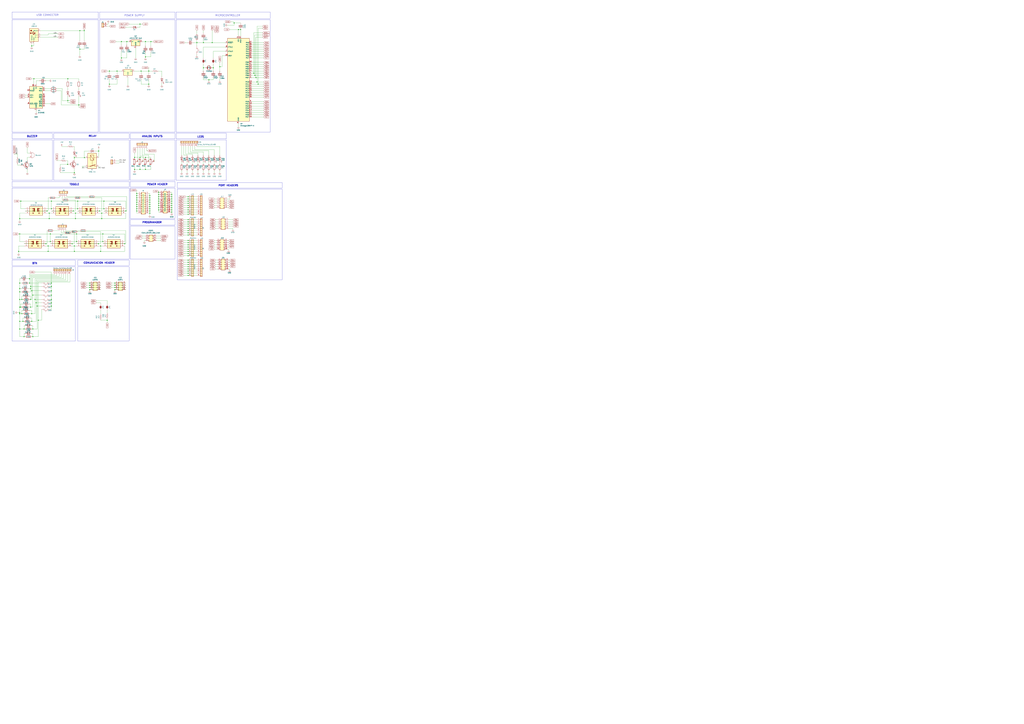
<source format=kicad_sch>
(kicad_sch (version 20250114) (generator "eeschema") (generator_version "9.0")
  (paper "A0")
  (rectangle (start 62.23 154.94) (end 149.86 161.29))
  (rectangle (start 205.74 219.71) (end 327.66 325.12))
  (rectangle (start 151.13 210.82) (end 203.2 217.17))
  (rectangle (start 62.23 162.56) (end 149.86 209.55))
  (rectangle (start 204.47 154.94) (end 262.89 161.29))
  (rectangle (start 204.47 162.56) (end 262.89 209.55))
  (rectangle (start 204.47 22.86) (end 313.69 153.67))
  (rectangle (start 205.74 212.09) (end 327.66 218.44))
  (rectangle (start 13.97 162.56) (end 60.96 209.55))
  (rectangle (start 13.97 22.86) (end 114.3 153.67))
  (rectangle (start 151.13 262.89) (end 203.2 300.99))
  (rectangle (start 13.97 13.97) (end 114.3 21.59))
  (rectangle (start 90.17 302.26) (end 149.86 308.61))
  (rectangle (start 13.97 302.26) (end 87.63 308.61))
  (rectangle (start 151.13 255.27) (end 203.2 261.62))
  (rectangle (start 115.57 13.97) (end 203.2 21.59))
  (rectangle (start 13.97 210.82) (end 149.86 217.17))
  (rectangle (start 151.13 154.94) (end 203.2 161.29))
  (rectangle (start 151.13 162.56) (end 203.2 209.55))
  (rectangle (start 115.57 22.86) (end 203.2 153.67))
  (rectangle (start 204.47 13.97) (end 313.69 21.59))
  (rectangle (start 151.13 218.44) (end 203.2 254))
  (rectangle (start 90.17 309.88) (end 149.86 396.24))
  (rectangle (start 13.97 154.94) (end 60.96 161.29))
  (rectangle (start 13.97 218.44) (end 149.86 300.99))
  (rectangle (start 13.97 309.88) (end 87.63 396.24))
  (text "LEDS" (at 232.918 159.004 0) (effects (font (size 2.032 2.032) (thickness 0.4064) (bold yes))))
  (text "PROGRAMADOR" (at 176.53 258.572 0) (effects (font (size 2.032 2.032) (thickness 0.4064) (bold yes))))
  (text "COMUNICACION HEADER" (at 115.062 305.562 0) (effects (font (size 2.032 2.032) (thickness 0.4064) (bold yes))))
  (text "POWER SUPPLY\n" (at 156.21 18.034 0) (effects (font (size 2.032 2.032))))
  (text "BUZZER\n" (at 37.338 158.496 0) (effects (font (size 2.032 2.032) (thickness 0.4064) (bold yes))))
  (text "ANALOG INPUTS" (at 176.784 158.496 0) (effects (font (size 2.032 2.032) (thickness 0.4064) (bold yes))))
  (text "TOGGLE" (at 86.36 214.376 0) (effects (font (size 2.032 2.032) (thickness 0.4064) (bold yes))))
  (text "BTN\n" (at 40.386 306.07 0) (effects (font (size 2.032 2.032) (thickness 0.4064) (bold yes))))
  (text "RELAY\n" (at 107.442 158.242 0) (effects (font (size 2.032 2.032) (thickness 0.4064) (bold yes))))
  (text "PORT HEADERS" (at 265.176 215.646 0) (effects (font (size 2.032 2.032) (thickness 0.4064) (bold yes))))
  (text "MICROCONTROLLER" (at 264.414 18.034 0) (effects (font (size 2.032 2.032))))
  (text "POWER HEADER" (at 182.626 214.376 0) (effects (font (size 2.032 2.032) (thickness 0.4064) (bold yes))))
  (text "USB CONNECTOR" (at 55.118 17.526 0) (effects (font (size 2.032 2.032))))
  (junction (at 199.39 233.68))
  (junction (at 118.11 254))
  (junction (at 26.67 373.38))
  (junction (at 295.91 87.63))
  (junction (at 218.44 287.02))
  (junction (at 35.56 335.28))
  (junction (at 35.56 347.98))
  (junction (at 218.44 273.05))
  (junction (at 246.38 49.53))
  (junction (at 199.39 231.14))
  (junction (at 173.99 245.11))
  (junction (at 25.4 364.49))
  (junction (at 236.22 49.53))
  (junction (at 120.65 242.57))
  (junction (at 218.44 267.97))
  (junction (at 218.44 262.89))
  (junction (at 279.4 34.29))
  (junction (at 133.35 331.47))
  (junction (at 158.75 227.33))
  (junction (at 173.99 227.33))
  (junction (at 158.75 224.79))
  (junction (at 218.44 255.27))
  (junction (at 59.69 328.93))
  (junction (at 236.22 78.74))
  (junction (at 184.15 233.68))
  (junction (at 173.99 237.49))
  (junction (at 36.83 373.38))
  (junction (at 218.44 281.94))
  (junction (at 168.91 196.85))
  (junction (at 116.84 292.1))
  (junction (at 119.38 280.67))
  (junction (at 35.56 356.87))
  (junction (at 88.9 280.67))
  (junction (at 218.44 231.14))
  (junction (at 104.14 328.93))
  (junction (at 54.61 245.11))
  (junction (at 59.69 332.74))
  (junction (at 175.26 48.26))
  (junction (at 43.18 355.6))
  (junction (at 22.86 373.38))
  (junction (at 24.13 356.87))
  (junction (at 88.9 271.78))
  (junction (at 218.44 307.34))
  (junction (at 98.044 183.134))
  (junction (at 162.56 196.85))
  (junction (at 218.44 243.84))
  (junction (at 58.42 280.67))
  (junction (at 87.63 247.65))
  (junction (at 119.38 271.78))
  (junction (at 172.72 97.79))
  (junction (at 39.37 91.44))
  (junction (at 218.44 292.1))
  (junction (at 133.35 328.93))
  (junction (at 184.15 241.3))
  (junction (at 22.86 271.78))
  (junction (at 104.14 331.47))
  (junction (at 158.75 229.87))
  (junction (at 218.44 284.48))
  (junction (at 97.79 35.56))
  (junction (at 228.6 49.53))
  (junction (at 22.86 339.09))
  (junction (at 199.39 246.38))
  (junction (at 59.69 351.79))
  (junction (at 218.44 320.04))
  (junction (at 218.44 270.51))
  (junction (at 173.99 232.41))
  (junction (at 104.14 334.01))
  (junction (at 168.91 66.04))
  (junction (at 168.91 48.26))
  (junction (at 34.29 328.93))
  (junction (at 199.39 238.76))
  (junction (at 55.88 292.1))
  (junction (at 53.34 283.21))
  (junction (at 271.78 26.67))
  (junction (at 22.86 335.28))
  (junction (at 184.15 231.14))
  (junction (at 55.88 285.75))
  (junction (at 36.83 53.34))
  (junction (at 218.44 265.43))
  (junction (at 173.99 247.65))
  (junction (at 158.75 234.95))
  (junction (at 144.78 283.21))
  (junction (at 38.1 342.9))
  (junction (at 22.86 254))
  (junction (at 298.45 95.25))
  (junction (at 90.17 233.68))
  (junction (at 83.82 283.21))
  (junction (at 276.86 34.29))
  (junction (at 218.44 236.22))
  (junction (at 218.44 246.38))
  (junction (at 156.21 182.88))
  (junction (at 158.75 240.03))
  (junction (at 199.39 226.06))
  (junction (at 218.44 309.88))
  (junction (at 59.69 347.98))
  (junction (at 114.3 283.21))
  (junction (at 218.44 238.76))
  (junction (at 22.86 347.98))
  (junction (at 218.44 289.56))
  (junction (at 184.15 226.06))
  (junction (at 135.89 82.55))
  (junction (at 57.15 247.65))
  (junction (at 158.75 232.41))
  (junction (at 218.44 257.81))
  (junction (at 247.65 78.74))
  (junction (at 86.36 183.134))
  (junction (at 59.69 355.6))
  (junction (at 173.99 242.57))
  (junction (at 218.44 228.6))
  (junction (at 114.554 175.514))
  (junction (at 133.35 336.55))
  (junction (at 162.56 27.94))
  (junction (at 218.44 314.96))
  (junction (at 218.44 241.3))
  (junction (at 78.74 116.84))
  (junction (at 199.39 241.3))
  (junction (at 78.486 191.008))
  (junction (at 92.71 35.56))
  (junction (at 59.69 342.9))
  (junction (at 184.15 228.6))
  (junction (at 199.39 236.22))
  (junction (at 118.11 247.65))
  (junction (at 57.15 254))
  (junction (at 22.86 328.93))
  (junction (at 184.15 223.52))
  (junction (at 172.72 82.55))
  (junction (at 24.13 233.68))
  (junction (at 218.44 304.8))
  (junction (at 44.45 372.11))
  (junction (at 124.46 372.11))
  (junction (at 120.65 233.68))
  (junction (at 92.71 57.15))
  (junction (at 294.64 85.09))
  (junction (at 173.99 229.87))
  (junction (at 22.86 356.87))
  (junction (at 104.14 336.55))
  (junction (at 163.83 82.55))
  (junction (at 86.36 200.66))
  (junction (at 34.29 323.85))
  (junction (at 184.15 243.84))
  (junction (at 158.75 245.11))
  (junction (at 218.44 248.92))
  (junction (at 22.86 364.49))
  (junction (at 127 82.55))
  (junction (at 59.69 337.82))
  (junction (at 173.99 234.95))
  (junction (at 162.56 182.88))
  (junction (at 156.21 196.85))
  (junction (at 242.57 92.71))
  (junction (at 87.63 254))
  (junction (at 299.72 97.79))
  (junction (at 115.57 245.11))
  (junction (at 199.39 243.84))
  (junction (at 22.86 363.22))
  (junction (at 146.05 245.11))
  (junction (at 116.84 285.75))
  (junction (at 184.15 238.76))
  (junction (at 86.36 285.75))
  (junction (at 218.44 233.68))
  (junction (at 27.94 382.27))
  (junction (at 218.44 260.35))
  (junction (at 41.91 351.79))
  (junction (at 40.64 347.98))
  (junction (at 59.69 242.57))
  (junction (at 35.56 332.74))
  (junction (at 25.4 347.98))
  (junction (at 58.42 271.78))
  (junction (at 168.91 182.88))
  (junction (at 140.97 67.31))
  (junction (at 158.75 237.49))
  (junction (at 218.44 279.4))
  (junction (at 140.97 48.26))
  (junction (at 85.09 245.11))
  (junction (at 218.44 312.42))
  (junction (at 36.83 337.82))
  (junction (at 127 97.79))
  (junction (at 218.44 302.26))
  (junction (at 38.1 382.27))
  (junction (at 255.27 77.47))
  (junction (at 22.86 382.27))
  (junction (at 27.94 391.16))
  (junction (at 91.44 121.92))
  (junction (at 21.59 292.1))
  (junction (at 199.39 228.6))
  (junction (at 218.44 294.64))
  (junction (at 218.44 317.5))
  (junction (at 184.15 236.22))
  (junction (at 86.36 292.1))
  (junction (at 158.75 242.57))
  (junction (at 90.17 242.57))
  (junction (at 133.35 334.01))
  (junction (at 297.18 90.17))
  (junction (at 59.69 233.68))
  (junction (at 36.83 364.49))
  (junction (at 78.74 91.44))
  (junction (at 147.32 48.26))
  (junction (at 173.99 240.03))
  (junction (at 218.44 297.18))
  (junction (at 38.1 391.16))
  (wire (pts (xy 16.51 179.07) (xy 20.32 179.07)))
  (wire (pts (xy 295.91 40.64) (xy 295.91 87.63)))
  (wire (pts (xy 147.32 245.11) (xy 146.05 245.11)))
  (wire (pts (xy 198.12 238.76) (xy 199.39 238.76)))
  (wire (pts (xy 247.65 90.17) (xy 247.65 92.71)))
  (wire (pts (xy 35.56 344.17) (xy 35.56 347.98)))
  (wire (pts (xy 184.15 222.25) (xy 184.15 223.52)))
  (wire (pts (xy 158.75 240.03) (xy 158.75 242.57)))
  (wire (pts (xy 21.59 285.75) (xy 21.59 292.1)))
  (wire (pts (xy 158.75 227.33) (xy 160.02 227.33)))
  (wire (pts (xy 66.04 320.04) (xy 35.56 320.04)))
  (wire (pts (xy 90.17 245.11) (xy 115.57 245.11)))
  (wire (pts (xy 80.01 232.41) (xy 87.63 232.41)))
  (wire (pts (xy 158.75 242.57) (xy 160.02 242.57)))
  (wire (pts (xy 292.1 120.65) (xy 306.07 120.65)))
  (wire (pts (xy 104.14 334.01) (xy 116.84 334.01)))
  (wire (pts (xy 36.83 321.31) (xy 36.83 337.82)))
  (wire (pts (xy 40.64 347.98) (xy 40.64 364.49)))
  (wire (pts (xy 218.44 246.38) (xy 228.6 246.38)))
  (wire (pts (xy 152.4 31.75) (xy 146.05 31.75)))
  (wire (pts (xy 248.92 231.14) (xy 251.46 231.14)))
  (wire (pts (xy 229.87 187.96) (xy 229.87 190.5)))
  (wire (pts (xy 78.74 326.39) (xy 43.18 326.39)))
  (wire (pts (xy 213.36 231.14) (xy 218.44 231.14)))
  (wire (pts (xy 34.29 182.88) (xy 31.75 182.88)))
  (wire (pts (xy 36.83 50.8) (xy 36.83 53.34)))
  (wire (pts (xy 38.1 378.46) (xy 38.1 382.27)))
  (wire (pts (xy 98.044 175.514) (xy 98.044 183.134)))
  (wire (pts (xy 167.64 279.4) (xy 167.64 280.67)))
  (wire (pts (xy 264.16 281.94) (xy 265.43 281.94)))
  (wire (pts (xy 228.6 49.53) (xy 228.6 46.99)))
  (wire (pts (xy 160.02 245.11) (xy 158.75 245.11)))
  (wire (pts (xy 173.99 229.87) (xy 173.99 227.33)))
  (wire (pts (xy 20.32 191.77) (xy 20.32 190.5)))
  (wire (pts (xy 71.12 267.97) (xy 71.12 270.51)))
  (wire (pts (xy 173.99 242.57) (xy 173.99 245.11)))
  (wire (pts (xy 250.19 260.35) (xy 252.73 260.35)))
  (wire (pts (xy 223.52 198.12) (xy 223.52 200.66)))
  (wire (pts (xy 229.87 198.12) (xy 229.87 200.66)))
  (wire (pts (xy 58.42 328.93) (xy 59.69 328.93)))
  (wire (pts (xy 255.27 77.47) (xy 255.27 82.55)))
  (wire (pts (xy 292.1 130.81) (xy 306.07 130.81)))
  (wire (pts (xy 228.6 170.18) (xy 255.27 170.18)))
  (wire (pts (xy 114.554 175.514) (xy 114.554 183.134)))
  (wire (pts (xy 168.91 66.04) (xy 168.91 67.31)))
  (wire (pts (xy 162.56 196.85) (xy 156.21 196.85)))
  (wire (pts (xy 292.1 82.55) (xy 306.07 82.55)))
  (wire (pts (xy 115.57 247.65) (xy 118.11 247.65)))
  (wire (pts (xy 78.74 318.77) (xy 78.74 326.39)))
  (wire (pts (xy 187.96 96.52) (xy 187.96 99.06)))
  (wire (pts (xy 22.86 391.16) (xy 27.94 391.16)))
  (wire (pts (xy 68.58 228.6) (xy 68.58 229.87)))
  (wire (pts (xy 38.1 356.87) (xy 35.56 356.87)))
  (wire (pts (xy 218.44 238.76) (xy 228.6 238.76)))
  (wire (pts (xy 246.38 35.56) (xy 246.38 49.53)))
  (wire (pts (xy 111.76 349.25) (xy 124.46 349.25)))
  (wire (pts (xy 236.22 92.71) (xy 236.22 90.17)))
  (wire (pts (xy 22.86 271.78) (xy 22.86 280.67)))
  (wire (pts (xy 248.92 198.12) (xy 248.92 200.66)))
  (wire (pts (xy 184.15 82.55) (xy 187.96 82.55)))
  (wire (pts (xy 59.69 355.6) (xy 59.69 359.41)))
  (wire (pts (xy 90.17 269.24) (xy 116.84 269.24)))
  (wire (pts (xy 236.22 176.53) (xy 236.22 180.34)))
  (wire (pts (xy 78.74 101.6) (xy 78.74 104.14)))
  (wire (pts (xy 175.26 182.88) (xy 175.26 184.15)))
  (wire (pts (xy 116.84 351.79) (xy 116.84 353.06)))
  (wire (pts (xy 215.9 228.6) (xy 218.44 228.6)))
  (wire (pts (xy 52.07 105.41) (xy 58.42 105.41)))
  (wire (pts (xy 69.85 191.008) (xy 69.85 193.04)))
  (wire (pts (xy 119.38 271.78) (xy 119.38 280.67)))
  (wire (pts (xy 22.86 335.28) (xy 22.86 339.09)))
  (wire (pts (xy 25.4 344.17) (xy 25.4 347.98)))
  (wire (pts (xy 199.39 233.68) (xy 199.39 236.22)))
  (wire (pts (xy 172.72 82.55) (xy 163.83 82.55)))
  (wire (pts (xy 133.35 336.55) (xy 146.05 336.55)))
  (wire (pts (xy 24.13 233.68) (xy 24.13 242.57)))
  (wire (pts (xy 184.15 246.38) (xy 184.15 243.84)))
  (wire (pts (xy 218.44 294.64) (xy 228.6 294.64)))
  (wire (pts (xy 168.91 48.26) (xy 175.26 48.26)))
  (wire (pts (xy 91.44 124.46) (xy 91.44 121.92)))
  (wire (pts (xy 54.61 242.57) (xy 59.69 242.57)))
  (wire (pts (xy 35.56 347.98) (xy 34.29 347.98)))
  (wire (pts (xy 264.16 287.02) (xy 265.43 287.02)))
  (wire (pts (xy 34.29 177.8) (xy 31.75 177.8)))
  (wire (pts (xy 257.81 77.47) (xy 257.81 64.77)))
  (wire (pts (xy 27.94 373.38) (xy 26.67 373.38)))
  (wire (pts (xy 228.6 35.56) (xy 228.6 39.37)))
  (wire (pts (xy 224.79 49.53) (xy 228.6 49.53)))
  (wire (pts (xy 46.99 35.56) (xy 92.71 35.56)))
  (wire (pts (xy 217.17 198.12) (xy 217.17 200.66)))
  (wire (pts (xy 100.33 328.93) (xy 104.14 328.93)))
  (wire (pts (xy 69.85 191.008) (xy 78.486 191.008)))
  (wire (pts (xy 292.1 107.95) (xy 306.07 107.95)))
  (wire (pts (xy 27.94 378.46) (xy 27.94 382.27)))
  (wire (pts (xy 213.36 309.88) (xy 218.44 309.88)))
  (wire (pts (xy 27.94 285.75) (xy 21.59 285.75)))
  (wire (pts (xy 218.44 248.92) (xy 228.6 248.92)))
  (wire (pts (xy 210.82 198.12) (xy 210.82 200.66)))
  (wire (pts (xy 86.36 285.75) (xy 88.9 285.75)))
  (wire (pts (xy 299.72 97.79) (xy 306.07 97.79)))
  (wire (pts (xy 198.12 236.22) (xy 199.39 236.22)))
  (wire (pts (xy 34.29 318.77) (xy 34.29 323.85)))
  (wire (pts (xy 22.86 335.28) (xy 22.86 328.93)))
  (wire (pts (xy 127 97.79) (xy 127 99.06)))
  (wire (pts (xy 184.15 233.68) (xy 184.15 236.22)))
  (wire (pts (xy 158.75 224.79) (xy 158.75 227.33)))
  (wire (pts (xy 236.22 92.71) (xy 242.57 92.71)))
  (wire (pts (xy 181.61 279.4) (xy 186.69 279.4)))
  (wire (pts (xy 292.1 52.07) (xy 306.07 52.07)))
  (wire (pts (xy 118.11 254) (xy 118.11 247.65)))
  (wire (pts (xy 87.63 245.11) (xy 87.63 232.41)))
  (wire (pts (xy 58.42 355.6) (xy 59.69 355.6)))
  (wire (pts (xy 36.83 373.38) (xy 35.56 373.38)))
  (wire (pts (xy 34.29 328.93) (xy 48.26 328.93)))
  (wire (pts (xy 55.88 39.37) (xy 67.31 39.37)))
  (wire (pts (xy 76.2 325.12) (xy 41.91 325.12)))
  (wire (pts (xy 172.72 229.87) (xy 173.99 229.87)))
  (wire (pts (xy 276.86 143.51) (xy 276.86 147.32)))
  (wire (pts (xy 87.63 247.65) (xy 90.17 247.65)))
  (wire (pts (xy 58.42 347.98) (xy 59.69 347.98)))
  (wire (pts (xy 147.32 59.69) (xy 147.32 67.31)))
  (wire (pts (xy 210.82 170.18) (xy 210.82 180.34)))
  (wire (pts (xy 265.43 307.34) (xy 266.7 307.34)))
  (wire (pts (xy 250.19 257.81) (xy 252.73 257.81)))
  (wire (pts (xy 81.28 318.77) (xy 81.28 327.66)))
  (wire (pts (xy 199.39 231.14) (xy 199.39 233.68)))
  (wire (pts (xy 158.75 242.57) (xy 158.75 245.11)))
  (wire (pts (xy 236.22 54.61) (xy 236.22 67.31)))
  (wire (pts (xy 246.38 78.74) (xy 247.65 78.74)))
  (wire (pts (xy 218.44 177.8) (xy 229.87 177.8)))
  (wire (pts (xy 184.15 231.14) (xy 185.42 231.14)))
  (wire (pts (xy 297.18 43.18) (xy 297.18 90.17)))
  (wire (pts (xy 46.99 43.18) (xy 67.31 43.18)))
  (wire (pts (xy 255.27 187.96) (xy 255.27 190.5)))
  (wire (pts (xy 162.56 172.72) (xy 162.56 181.61)))
  (wire (pts (xy 68.58 229.87) (xy 64.77 229.87)))
  (wire (pts (xy 59.69 332.74) (xy 59.69 337.82)))
  (wire (pts (xy 248.92 238.76) (xy 251.46 238.76)))
  (wire (pts (xy 158.75 220.98) (xy 158.75 224.79)))
  (wire (pts (xy 250.19 265.43) (xy 252.73 265.43)))
  (wire (pts (xy 158.75 237.49) (xy 160.02 237.49)))
  (wire (pts (xy 292.1 54.61) (xy 306.07 54.61)))
  (wire (pts (xy 58.42 271.78) (xy 88.9 271.78)))
  (wire (pts (xy 97.79 35.56) (xy 97.79 46.99)))
  (wire (pts (xy 22.86 335.28) (xy 25.4 335.28)))
  (wire (pts (xy 250.19 312.42) (xy 252.73 312.42)))
  (wire (pts (xy 71.12 105.41) (xy 71.12 121.92)))
  (wire (pts (xy 292.1 87.63) (xy 295.91 87.63)))
  (wire (pts (xy 168.91 182.88) (xy 175.26 182.88)))
  (wire (pts (xy 218.44 320.04) (xy 228.6 320.04)))
  (wire (pts (xy 103.124 175.514) (xy 98.044 175.514)))
  (wire (pts (xy 39.37 91.44) (xy 39.37 97.79)))
  (wire (pts (xy 184.15 223.52) (xy 185.42 223.52)))
  (wire (pts (xy 198.12 241.3) (xy 199.39 241.3)))
  (wire (pts (xy 184.15 228.6) (xy 185.42 228.6)))
  (wire (pts (xy 29.21 245.11) (xy 54.61 245.11)))
  (wire (pts (xy 38.1 387.35) (xy 38.1 391.16)))
  (wire (pts (xy 223.52 170.18) (xy 223.52 175.26)))
  (wire (pts (xy 213.36 284.48) (xy 218.44 284.48)))
  (wire (pts (xy 215.9 179.07) (xy 223.52 179.07)))
  (wire (pts (xy 213.36 262.89) (xy 218.44 262.89)))
  (wire (pts (xy 213.36 314.96) (xy 218.44 314.96)))
  (wire (pts (xy 59.69 328.93) (xy 59.69 332.74)))
  (wire (pts (xy 248.92 187.96) (xy 248.92 190.5)))
  (wire (pts (xy 184.15 231.14) (xy 184.15 233.68)))
  (wire (pts (xy 213.36 292.1) (xy 218.44 292.1)))
  (wire (pts (xy 255.27 170.18) (xy 255.27 180.34)))
  (wire (pts (xy 184.15 228.6) (xy 184.15 231.14)))
  (wire (pts (xy 270.51 257.81) (xy 265.43 257.81)))
  (wire (pts (xy 97.79 54.61) (xy 97.79 57.15)))
  (wire (pts (xy 165.1 274.32) (xy 168.91 274.32)))
  (wire (pts (xy 146.05 267.97) (xy 146.05 283.21)))
  (wire (pts (xy 58.42 351.79) (xy 59.69 351.79)))
  (wire (pts (xy 22.86 247.65) (xy 22.86 254)))
  (wire (pts (xy 175.26 66.04) (xy 168.91 66.04)))
  (wire (pts (xy 213.36 233.68) (xy 218.44 233.68)))
  (wire (pts (xy 218.44 257.81) (xy 228.6 257.81)))
  (wire (pts (xy 43.18 382.27) (xy 38.1 382.27)))
  (wire (pts (xy 158.75 227.33) (xy 158.75 229.87)))
  (wire (pts (xy 168.91 279.4) (xy 167.64 279.4)))
  (wire (pts (xy 25.4 364.49) (xy 22.86 364.49)))
  (wire (pts (xy 172.72 240.03) (xy 173.99 240.03)))
  (wire (pts (xy 116.84 269.24) (xy 116.84 283.21)))
  (wire (pts (xy 160.02 247.65) (xy 158.75 247.65)))
  (wire (pts (xy 22.86 254) (xy 57.15 254)))
  (wire (pts (xy 29.21 113.03) (xy 31.75 113.03)))
  (wire (pts (xy 172.72 234.95) (xy 173.99 234.95)))
  (wire (pts (xy 158.75 229.87) (xy 160.02 229.87)))
  (wire (pts (xy 247.65 59.69) (xy 247.65 67.31)))
  (wire (pts (xy 34.29 360.68) (xy 36.83 360.68)))
  (wire (pts (xy 86.36 200.66) (xy 86.36 201.168)))
  (wire (pts (xy 22.86 271.78) (xy 58.42 271.78)))
  (wire (pts (xy 134.62 48.26) (xy 140.97 48.26)))
  (wire (pts (xy 173.99 234.95) (xy 173.99 237.49)))
  (wire (pts (xy 292.1 105.41) (xy 306.07 105.41)))
  (wire (pts (xy 218.44 284.48) (xy 228.6 284.48)))
  (wire (pts (xy 213.36 238.76) (xy 218.44 238.76)))
  (wire (pts (xy 35.56 332.74) (xy 48.26 332.74)))
  (wire (pts (xy 217.17 180.34) (xy 213.36 180.34)))
  (wire (pts (xy 33.02 335.28) (xy 35.56 335.28)))
  (wire (pts (xy 292.1 62.23) (xy 306.07 62.23)))
  (wire (pts (xy 292.1 72.39) (xy 306.07 72.39)))
  (wire (pts (xy 104.14 336.55) (xy 116.84 336.55)))
  (wire (pts (xy 57.15 254) (xy 87.63 254)))
  (wire (pts (xy 146.05 283.21) (xy 144.78 283.21)))
  (wire (pts (xy 228.6 49.53) (xy 228.6 53.34)))
  (wire (pts (xy 129.54 334.01) (xy 133.35 334.01)))
  (wire (pts (xy 292.1 135.89) (xy 306.07 135.89)))
  (wire (pts (xy 90.17 233.68) (xy 90.17 242.57)))
  (wire (pts (xy 86.36 183.134) (xy 98.044 183.134)))
  (wire (pts (xy 213.36 243.84) (xy 218.44 243.84)))
  (wire (pts (xy 35.56 332.74) (xy 35.56 335.28)))
  (wire (pts (xy 44.45 391.16) (xy 38.1 391.16)))
  (wire (pts (xy 52.07 120.65) (xy 58.42 120.65)))
  (wire (pts (xy 27.94 283.21) (xy 53.34 283.21)))
  (wire (pts (xy 213.36 312.42) (xy 218.44 312.42)))
  (wire (pts (xy 162.56 181.61) (xy 166.37 181.61)))
  (wire (pts (xy 213.36 302.26) (xy 218.44 302.26)))
  (wire (pts (xy 114.3 283.21) (xy 116.84 283.21)))
  (wire (pts (xy 118.11 254) (xy 146.05 254)))
  (wire (pts (xy 172.72 237.49) (xy 173.99 237.49)))
  (wire (pts (xy 78.74 116.84) (xy 81.28 116.84)))
  (wire (pts (xy 115.57 242.57) (xy 120.65 242.57)))
  (wire (pts (xy 173.99 247.65) (xy 173.99 250.19)))
  (wire (pts (xy 35.56 335.28) (xy 35.56 339.09)))
  (wire (pts (xy 250.19 309.88) (xy 252.73 309.88)))
  (wire (pts (xy 236.22 45.72) (xy 236.22 49.53)))
  (wire (pts (xy 63.5 318.77) (xy 34.29 318.77)))
  (wire (pts (xy 92.71 35.56) (xy 97.79 35.56)))
  (wire (pts (xy 213.36 260.35) (xy 218.44 260.35)))
  (wire (pts (xy 58.42 342.9) (xy 59.69 342.9)))
  (wire (pts (xy 115.57 245.11) (xy 118.11 245.11)))
  (wire (pts (xy 265.43 233.68) (xy 264.16 233.68)))
  (wire (pts (xy 133.35 336.55) (xy 133.35 337.82)))
  (wire (pts (xy 304.8 33.02) (xy 299.72 33.02)))
  (wire (pts (xy 116.84 292.1) (xy 116.84 285.75)))
  (wire (pts (xy 266.7 312.42) (xy 266.7 313.69)))
  (wire (pts (xy 218.44 270.51) (xy 228.6 270.51)))
  (wire (pts (xy 271.78 26.67) (xy 279.4 26.67)))
  (wire (pts (xy 31.75 177.8) (xy 31.75 171.45)))
  (wire (pts (xy 168.91 191.77) (xy 168.91 196.85)))
  (wire (pts (xy 218.44 262.89) (xy 228.6 262.89)))
  (wire (pts (xy 78.486 191.008) (xy 78.74 191.008)))
  (wire (pts (xy 111.76 351.79) (xy 116.84 351.79)))
  (wire (pts (xy 218.44 317.5) (xy 228.6 317.5)))
  (wire (pts (xy 22.86 323.85) (xy 22.86 328.93)))
  (wire (pts (xy 229.87 177.8) (xy 229.87 180.34)))
  (wire (pts (xy 22.86 233.68) (xy 24.13 233.68)))
  (wire (pts (xy 29.21 110.49) (xy 31.75 110.49)))
  (wire (pts (xy 172.72 92.71) (xy 172.72 97.79)))
  (wire (pts (xy 59.69 342.9) (xy 59.69 347.98)))
  (wire (pts (xy 199.39 243.84) (xy 199.39 246.38)))
  (wire (pts (xy 140.97 48.26) (xy 147.32 48.26)))
  (wire (pts (xy 172.72 85.09) (xy 172.72 82.55)))
  (wire (pts (xy 162.56 27.94) (xy 162.56 31.75)))
  (wire (pts (xy 43.18 326.39) (xy 43.18 355.6)))
  (wire (pts (xy 24.13 323.85) (xy 22.86 323.85)))
  (wire (pts (xy 36.83 364.49) (xy 40.64 364.49)))
  (wire (pts (xy 173.99 245.11) (xy 173.99 247.65)))
  (wire (pts (xy 55.88 245.11) (xy 54.61 245.11)))
  (wire (pts (xy 36.83 360.68) (xy 36.83 364.49)))
  (wire (pts (xy 292.1 64.77) (xy 306.07 64.77)))
  (wire (pts (xy 59.69 316.23) (xy 59.69 328.93)))
  (wire (pts (xy 160.02 172.72) (xy 160.02 187.96)))
  (wire (pts (xy 294.64 38.1) (xy 294.64 85.09)))
  (wire (pts (xy 265.43 236.22) (xy 264.16 236.22)))
  (wire (pts (xy 21.59 271.78) (xy 22.86 271.78)))
  (wire (pts (xy 228.6 63.5) (xy 228.6 64.77)))
  (wire (pts (xy 181.61 276.86) (xy 186.69 276.86)))
  (wire (pts (xy 217.17 187.96) (xy 217.17 190.5)))
  (wire (pts (xy 270.51 262.89) (xy 265.43 262.89)))
  (wire (pts (xy 292.1 110.49) (xy 306.07 110.49)))
  (wire (pts (xy 198.12 223.52) (xy 199.39 223.52)))
  (wire (pts (xy 168.91 48.26) (xy 168.91 53.34)))
  (wire (pts (xy 218.44 233.68) (xy 228.6 233.68)))
  (wire (pts (xy 292.1 100.33) (xy 306.07 100.33)))
  (wire (pts (xy 218.44 292.1) (xy 228.6 292.1)))
  (wire (pts (xy 78.74 91.44) (xy 78.74 93.98)))
  (wire (pts (xy 119.38 283.21) (xy 144.78 283.21)))
  (wire (pts (xy 165.1 172.72) (xy 165.1 180.34)))
  (wire (pts (xy 292.1 59.69) (xy 306.07 59.69)))
  (wire (pts (xy 91.44 93.98) (xy 91.44 91.44)))
  (wire (pts (xy 73.66 323.85) (xy 40.64 323.85)))
  (wire (pts (xy 86.36 283.21) (xy 86.36 270.51)))
  (wire (pts (xy 185.42 246.38) (xy 184.15 246.38)))
  (wire (pts (xy 55.88 285.75) (xy 58.42 285.75)))
  (wire (pts (xy 31.75 182.88) (xy 31.75 186.69)))
  (wire (pts (xy 22.86 356.87) (xy 22.86 363.22)))
  (wire (pts (xy 39.37 53.34) (xy 36.83 53.34)))
  (wire (pts (xy 304.8 43.18) (xy 297.18 43.18)))
  (wire (pts (xy 116.84 360.68) (xy 116.84 364.49)))
  (wire (pts (xy 140.97 59.69) (xy 140.97 67.31)))
  (wire (pts (xy 85.598 170.18) (xy 86.36 170.18)))
  (wire (pts (xy 68.58 228.6) (xy 69.85 228.6)))
  (wire (pts (xy 36.83 91.44) (xy 39.37 91.44)))
  (wire (pts (xy 250.19 262.89) (xy 252.73 262.89)))
  (wire (pts (xy 213.36 255.27) (xy 218.44 255.27)))
  (wire (pts (xy 114.3 285.75) (xy 116.84 285.75)))
  (wire (pts (xy 124.46 360.68) (xy 124.46 363.22)))
  (wire (pts (xy 55.88 39.37) (xy 55.88 40.64)))
  (wire (pts (xy 213.36 270.51) (xy 218.44 270.51)))
  (wire (pts (xy 218.44 304.8) (xy 228.6 304.8)))
  (wire (pts (xy 25.4 356.87) (xy 24.13 356.87)))
  (wire (pts (xy 276.86 34.29) (xy 279.4 34.29)))
  (wire (pts (xy 66.04 102.87) (xy 72.39 102.87)))
  (wire (pts (xy 265.43 238.76) (xy 264.16 238.76)))
  (wire (pts (xy 175.26 191.77) (xy 175.26 196.85)))
  (wire (pts (xy 147.32 228.6) (xy 147.32 245.11)))
  (wire (pts (xy 236.22 74.93) (xy 236.22 78.74)))
  (wire (pts (xy 55.88 292.1) (xy 55.88 285.75)))
  (wire (pts (xy 148.59 90.17) (xy 148.59 99.06)))
  (wire (pts (xy 292.1 77.47) (xy 306.07 77.47)))
  (wire (pts (xy 147.32 48.26) (xy 149.86 48.26)))
  (wire (pts (xy 218.44 236.22) (xy 228.6 236.22)))
  (wire (pts (xy 165.1 48.26) (xy 168.91 48.26)))
  (wire (pts (xy 184.15 236.22) (xy 184.15 238.76)))
  (wire (pts (xy 33.02 328.93) (xy 34.29 328.93)))
  (wire (pts (xy 41.91 97.79) (xy 41.91 93.98)))
  (wire (pts (xy 31.75 323.85) (xy 34.29 323.85)))
  (wire (pts (xy 199.39 238.76) (xy 199.39 241.3)))
  (wire (pts (xy 299.72 33.02) (xy 299.72 97.79)))
  (wire (pts (xy 55.88 229.87) (xy 57.15 229.87)))
  (wire (pts (xy 66.04 318.77) (xy 66.04 320.04)))
  (wire (pts (xy 165.1 180.34) (xy 172.72 180.34)))
  (wire (pts (xy 236.22 54.61) (xy 261.62 54.61)))
  (wire (pts (xy 134.874 189.484) (xy 138.684 189.484)))
  (wire (pts (xy 198.12 226.06) (xy 199.39 226.06)))
  (wire (pts (xy 39.37 50.8) (xy 39.37 53.34)))
  (wire (pts (xy 24.13 353.06) (xy 24.13 356.87)))
  (wire (pts (xy 162.56 182.88) (xy 162.56 184.15)))
  (wire (pts (xy 53.34 93.98) (xy 57.15 93.98)))
  (wire (pts (xy 167.64 179.07) (xy 179.07 179.07)))
  (wire (pts (xy 213.36 273.05) (xy 218.44 273.05)))
  (wire (pts (xy 157.48 55.88) (xy 157.48 67.31)))
  (wire (pts (xy 292.1 133.35) (xy 306.07 133.35)))
  (wire (pts (xy 86.36 292.1) (xy 86.36 285.75)))
  (wire (pts (xy 58.42 337.82) (xy 59.69 337.82)))
  (wire (pts (xy 100.33 334.01) (xy 104.14 334.01)))
  (wire (pts (xy 55.88 245.11) (xy 55.88 229.87)))
  (wire (pts (xy 147.32 67.31) (xy 140.97 67.31)))
  (wire (pts (xy 270.51 260.35) (xy 265.43 260.35)))
  (wire (pts (xy 213.36 257.81) (xy 218.44 257.81)))
  (wire (pts (xy 36.83 337.82) (xy 36.83 347.98)))
  (wire (pts (xy 38.1 342.9) (xy 48.26 342.9)))
  (wire (pts (xy 156.21 191.77) (xy 156.21 196.85)))
  (wire (pts (xy 21.59 292.1) (xy 55.88 292.1)))
  (wire (pts (xy 59.69 351.79) (xy 59.69 355.6)))
  (wire (pts (xy 158.75 224.79) (xy 160.02 224.79)))
  (wire (pts (xy 82.55 270.51) (xy 86.36 270.51)))
  (wire (pts (xy 218.44 309.88) (xy 228.6 309.88)))
  (wire (pts (xy 265.43 289.56) (xy 264.16 289.56)))
  (wire (pts (xy 266.7 231.14) (xy 266.7 229.87)))
  (wire (pts (xy 172.72 97.79) (xy 172.72 99.06)))
  (wire (pts (xy 71.12 270.51) (xy 74.93 270.51)))
  (wire (pts (xy 76.2 267.97) (xy 92.71 267.97)))
  (wire (pts (xy 292.1 128.27) (xy 306.07 128.27)))
  (wire (pts (xy 173.99 224.79) (xy 172.72 224.79)))
  (wire (pts (xy 127 82.55) (xy 135.89 82.55)))
  (wire (pts (xy 90.17 233.68) (xy 120.65 233.68)))
  (wire (pts (xy 156.21 198.12) (xy 156.21 196.85)))
  (wire (pts (xy 292.1 74.93) (xy 306.07 74.93)))
  (wire (pts (xy 213.36 246.38) (xy 218.44 246.38)))
  (wire (pts (xy 34.29 323.85) (xy 34.29 328.93)))
  (wire (pts (xy 297.18 90.17) (xy 306.07 90.17)))
  (wire (pts (xy 38.1 391.16) (xy 36.83 391.16)))
  (wire (pts (xy 246.38 49.53) (xy 261.62 49.53)))
  (wire (pts (xy 163.83 92.71) (xy 163.83 97.79)))
  (wire (pts (xy 218.44 243.84) (xy 228.6 243.84)))
  (wire (pts (xy 158.75 240.03) (xy 160.02 240.03)))
  (wire (pts (xy 292.1 57.15) (xy 306.07 57.15)))
  (wire (pts (xy 271.78 25.4) (xy 271.78 26.67)))
  (wire (pts (xy 213.36 248.92) (xy 218.44 248.92)))
  (wire (pts (xy 298.45 95.25) (xy 306.07 95.25)))
  (wire (pts (xy 35.56 369.57) (xy 36.83 369.57)))
  (wire (pts (xy 124.46 372.11) (xy 124.46 374.65)))
  (wire (pts (xy 166.37 181.61) (xy 166.37 187.96)))
  (wire (pts (xy 36.83 387.35) (xy 38.1 387.35)))
  (wire (pts (xy 74.93 229.87) (xy 86.36 229.87)))
  (wire (pts (xy 97.79 34.29) (xy 97.79 35.56)))
  (wire (pts (xy 162.56 191.77) (xy 162.56 196.85)))
  (wire (pts (xy 292.1 90.17) (xy 297.18 90.17)))
  (wire (pts (xy 213.36 317.5) (xy 218.44 317.5)))
  (wire (pts (xy 163.83 97.79) (xy 172.72 97.79)))
  (wire (pts (xy 158.75 232.41) (xy 160.02 232.41)))
  (wire (pts (xy 83.82 285.75) (xy 86.36 285.75)))
  (wire (pts (xy 57.15 254) (xy 57.15 247.65)))
  (wire (pts (xy 218.44 231.14) (xy 228.6 231.14)))
  (wire (pts (xy 264.16 284.48) (xy 265.43 284.48)))
  (wire (pts (xy 24.13 242.57) (xy 29.21 242.57)))
  (wire (pts (xy 140.97 48.26) (xy 140.97 52.07)))
  (wire (pts (xy 53.34 283.21) (xy 54.61 283.21)))
  (wire (pts (xy 218.44 260.35) (xy 228.6 260.35)))
  (wire (pts (xy 149.86 27.94) (xy 162.56 27.94)))
  (wire (pts (xy 38.1 322.58) (xy 38.1 342.9)))
  (wire (pts (xy 156.21 177.8) (xy 156.21 182.88)))
  (wire (pts (xy 48.26 355.6) (xy 43.18 355.6)))
  (wire (pts (xy 27.94 382.27) (xy 22.86 382.27)))
  (wire (pts (xy 294.64 85.09) (xy 306.07 85.09)))
  (wire (pts (xy 36.83 337.82) (xy 48.26 337.82)))
  (wire (pts (xy 86.36 170.18) (xy 86.36 173.99)))
  (wire (pts (xy 218.44 255.27) (xy 228.6 255.27)))
  (wire (pts (xy 76.2 318.77) (xy 76.2 325.12)))
  (wire (pts (xy 86.36 196.088) (xy 86.36 200.66)))
  (wire (pts (xy 87.63 254) (xy 118.11 254)))
  (wire (pts (xy 218.44 287.02) (xy 228.6 287.02)))
  (wire (pts (xy 73.66 269.24) (xy 82.55 269.24)))
  (wire (pts (xy 242.57 93.98) (xy 242.57 92.71)))
  (wire (pts (xy 218.44 279.4) (xy 228.6 279.4)))
  (wire (pts (xy 25.4 347.98) (xy 22.86 347.98)))
  (wire (pts (xy 158.75 229.87) (xy 158.75 232.41)))
  (wire (pts (xy 36.83 378.46) (xy 38.1 378.46)))
  (wire (pts (xy 172.72 232.41) (xy 173.99 232.41)))
  (wire (pts (xy 236.22 78.74) (xy 236.22 82.55)))
  (wire (pts (xy 198.12 231.14) (xy 199.39 231.14)))
  (wire (pts (xy 184.15 233.68) (xy 185.42 233.68)))
  (wire (pts (xy 267.97 25.4) (xy 271.78 25.4)))
  (wire (pts (xy 199.39 223.52) (xy 199.39 226.06)))
  (wire (pts (xy 172.72 247.65) (xy 173.99 247.65)))
  (wire (pts (xy 250.19 255.27) (xy 252.73 255.27)))
  (wire (pts (xy 172.72 180.34) (xy 172.72 187.96)))
  (wire (pts (xy 59.69 233.68) (xy 59.69 242.57)))
  (wire (pts (xy 173.99 237.49) (xy 173.99 240.03)))
  (wire (pts (xy 170.18 172.72) (xy 170.18 175.26)))
  (wire (pts (xy 265.43 241.3) (xy 264.16 241.3)))
  (wire (pts (xy 213.36 304.8) (xy 218.44 304.8)))
  (wire (pts (xy 247.65 92.71) (xy 242.57 92.71)))
  (wire (pts (xy 158.75 232.41) (xy 158.75 234.95)))
  (wire (pts (xy 248.92 241.3) (xy 251.46 241.3)))
  (wire (pts (xy 173.99 240.03) (xy 173.99 242.57)))
  (wire (pts (xy 91.44 91.44) (xy 78.74 91.44)))
  (wire (pts (xy 129.54 328.93) (xy 133.35 328.93)))
  (wire (pts (xy 100.33 331.47) (xy 104.14 331.47)))
  (wire (pts (xy 116.84 285.75) (xy 119.38 285.75)))
  (wire (pts (xy 213.36 289.56) (xy 218.44 289.56)))
  (wire (pts (xy 24.13 233.68) (xy 59.69 233.68)))
  (wire (pts (xy 248.92 233.68) (xy 251.46 233.68)))
  (wire (pts (xy 236.22 187.96) (xy 236.22 190.5)))
  (wire (pts (xy 248.92 279.4) (xy 251.46 279.4)))
  (wire (pts (xy 127 92.71) (xy 127 97.79)))
  (wire (pts (xy 218.44 307.34) (xy 228.6 307.34)))
  (wire (pts (xy 127 82.55) (xy 127 85.09)))
  (wire (pts (xy 86.36 181.61) (xy 86.36 183.134)))
  (wire (pts (xy 116.84 292.1) (xy 144.78 292.1)))
  (wire (pts (xy 135.89 82.55) (xy 140.97 82.55)))
  (wire (pts (xy 156.21 182.88) (xy 156.21 184.15)))
  (wire (pts (xy 97.79 57.15) (xy 92.71 57.15)))
  (wire (pts (xy 58.42 271.78) (xy 58.42 280.67)))
  (wire (pts (xy 88.9 283.21) (xy 114.3 283.21)))
  (wire (pts (xy 69.85 200.66) (xy 86.36 200.66)))
  (wire (pts (xy 41.91 128.27) (xy 41.91 130.81)))
  (wire (pts (xy 292.1 80.01) (xy 306.07 80.01)))
  (wire (pts (xy 265.43 304.8) (xy 266.7 304.8)))
  (wire (pts (xy 27.94 387.35) (xy 27.94 391.16)))
  (wire (pts (xy 199.39 228.6) (xy 199.39 231.14)))
  (wire (pts (xy 125.73 27.94) (xy 124.46 27.94)))
  (wire (pts (xy 250.19 304.8) (xy 252.73 304.8)))
  (wire (pts (xy 218.44 228.6) (xy 228.6 228.6)))
  (wire (pts (xy 218.44 170.18) (xy 218.44 177.8)))
  (wire (pts (xy 54.61 283.21) (xy 54.61 267.97)))
  (wire (pts (xy 173.99 232.41) (xy 173.99 234.95)))
  (wire (pts (xy 292.1 97.79) (xy 299.72 97.79)))
  (wire (pts (xy 184.15 238.76) (xy 185.42 238.76)))
  (wire (pts (xy 266.7 312.42) (xy 265.43 312.42)))
  (wire (pts (xy 59.69 359.41) (xy 58.42 359.41)))
  (wire (pts (xy 40.64 316.23) (xy 59.69 316.23)))
  (wire (pts (xy 66.04 186.69) (xy 69.85 186.69)))
  (wire (pts (xy 39.37 91.44) (xy 78.74 91.44)))
  (wire (pts (xy 181.61 274.32) (xy 186.69 274.32)))
  (wire (pts (xy 247.65 74.93) (xy 247.65 78.74)))
  (wire (pts (xy 292.1 95.25) (xy 298.45 95.25)))
  (wire (pts (xy 184.15 243.84) (xy 184.15 241.3)))
  (wire (pts (xy 95.504 195.834) (xy 95.504 193.294)))
  (wire (pts (xy 168.91 182.88) (xy 168.91 184.15)))
  (wire (pts (xy 92.71 35.56) (xy 92.71 46.99)))
  (wire (pts (xy 110.49 228.6) (xy 147.32 228.6)))
  (wire (pts (xy 213.36 287.02) (xy 218.44 287.02)))
  (wire (pts (xy 127 30.48) (xy 124.46 30.48)))
  (wire (pts (xy 98.044 183.134) (xy 99.314 183.134)))
  (wire (pts (xy 292.1 113.03) (xy 306.07 113.03)))
  (wire (pts (xy 223.52 179.07) (xy 223.52 180.34)))
  (wire (pts (xy 120.65 233.68) (xy 146.05 233.68)))
  (wire (pts (xy 218.44 302.26) (xy 228.6 302.26)))
  (wire (pts (xy 213.36 180.34) (xy 213.36 170.18)))
  (wire (pts (xy 78.74 111.76) (xy 78.74 116.84)))
  (wire (pts (xy 21.59 292.1) (xy 21.59 294.64)))
  (wire (pts (xy 304.8 30.48) (xy 298.45 30.48)))
  (wire (pts (xy 304.8 38.1) (xy 294.64 38.1)))
  (wire (pts (xy 162.56 196.85) (xy 168.91 196.85)))
  (wire (pts (xy 144.78 271.78) (xy 144.78 280.67)))
  (wire (pts (xy 270.51 265.43) (xy 270.51 266.7)))
  (wire (pts (xy 73.66 318.77) (xy 73.66 323.85)))
  (wire (pts (xy 119.38 271.78) (xy 144.78 271.78)))
  (wire (pts (xy 59.69 337.82) (xy 59.69 342.9)))
  (wire (pts (xy 156.21 82.55) (xy 163.83 82.55)))
  (wire (pts (xy 53.34 285.75) (xy 55.88 285.75)))
  (wire (pts (xy 184.15 241.3) (xy 184.15 238.76)))
  (wire (pts (xy 223.52 175.26) (xy 242.57 175.26)))
  (wire (pts (xy 198.12 243.84) (xy 199.39 243.84)))
  (wire (pts (xy 92.71 57.15) (xy 92.71 64.77)))
  (wire (pts (xy 179.07 179.07) (xy 179.07 187.96)))
  (wire (pts (xy 248.92 284.48) (xy 251.46 284.48)))
  (wire (pts (xy 25.4 360.68) (xy 25.4 364.49)))
  (wire (pts (xy 22.86 254) (xy 22.86 256.54)))
  (wire (pts (xy 34.29 344.17) (xy 35.56 344.17)))
  (wire (pts (xy 213.36 320.04) (xy 218.44 320.04)))
  (wire (pts (xy 220.98 170.18) (xy 220.98 176.53)))
  (wire (pts (xy 292.1 123.19) (xy 306.07 123.19)))
  (wire (pts (xy 165.1 276.86) (xy 168.91 276.86)))
  (wire (pts (xy 41.91 351.79) (xy 41.91 373.38)))
  (wire (pts (xy 26.67 369.57) (xy 26.67 373.38)))
  (wire (pts (xy 92.71 54.61) (xy 92.71 57.15)))
  (wire (pts (xy 22.86 280.67) (xy 27.94 280.67)))
  (wire (pts (xy 91.44 111.76) (xy 91.44 121.92)))
  (wire (pts (xy 36.83 53.34) (xy 36.83 54.61)))
  (wire (pts (xy 173.99 232.41) (xy 173.99 229.87)))
  (wire (pts (xy 78.74 119.38) (xy 78.74 116.84)))
  (wire (pts (xy 213.36 307.34) (xy 218.44 307.34)))
  (wire (pts (xy 213.36 297.18) (xy 218.44 297.18)))
  (wire (pts (xy 91.44 121.92) (xy 92.71 121.92)))
  (wire (pts (xy 248.92 236.22) (xy 251.46 236.22)))
  (wire (pts (xy 292.1 49.53) (xy 306.07 49.53)))
  (wire (pts (xy 168.91 60.96) (xy 168.91 66.04)))
  (wire (pts (xy 279.4 41.91) (xy 279.4 34.29)))
  (wire (pts (xy 218.44 281.94) (xy 228.6 281.94)))
  (wire (pts (xy 124.46 349.25) (xy 124.46 353.06)))
  (wire (pts (xy 72.39 228.6) (xy 72.39 232.41)))
  (wire (pts (xy 22.86 347.98) (xy 22.86 356.87)))
  (wire (pts (xy 22.86 364.49) (xy 22.86 373.38)))
  (wire (pts (xy 53.34 280.67) (xy 58.42 280.67)))
  (wire (pts (xy 146.05 254) (xy 146.05 247.65)))
  (wire (pts (xy 140.97 67.31) (xy 140.97 68.58)))
  (wire (pts (xy 165.1 27.94) (xy 162.56 27.94)))
  (wire (pts (xy 59.69 233.68) (xy 90.17 233.68)))
  (wire (pts (xy 218.44 241.3) (xy 228.6 241.3)))
  (wire (pts (xy 218.44 273.05) (xy 228.6 273.05)))
  (wire (pts (xy 213.36 236.22) (xy 218.44 236.22)))
  (wire (pts (xy 218.44 267.97) (xy 228.6 267.97)))
  (wire (pts (xy 38.1 382.27) (xy 36.83 382.27)))
  (wire (pts (xy 250.19 302.26) (xy 252.73 302.26)))
  (wire (pts (xy 255.27 198.12) (xy 255.27 200.66)))
  (wire (pts (xy 133.35 331.47) (xy 146.05 331.47)))
  (wire (pts (xy 54.61 247.65) (xy 57.15 247.65)))
  (wire (pts (xy 59.69 245.11) (xy 85.09 245.11)))
  (wire (pts (xy 20.32 179.07) (xy 20.32 182.88)))
  (wire (pts (xy 22.86 339.09) (xy 22.86 347.98)))
  (wire (pts (xy 71.12 322.58) (xy 38.1 322.58)))
  (wire (pts (xy 66.04 105.41) (xy 71.12 105.41)))
  (wire (pts (xy 48.26 359.41) (xy 48.26 372.11)))
  (wire (pts (xy 110.744 175.514) (xy 114.554 175.514)))
  (wire (pts (xy 248.92 281.94) (xy 251.46 281.94)))
  (wire (pts (xy 255.27 90.17) (xy 255.27 93.98)))
  (wire (pts (xy 72.39 116.84) (xy 78.74 116.84)))
  (wire (pts (xy 135.89 97.79) (xy 127 97.79)))
  (wire (pts (xy 120.65 245.11) (xy 146.05 245.11)))
  (wire (pts (xy 270.51 265.43) (xy 265.43 265.43)))
  (wire (pts (xy 247.65 59.69) (xy 261.62 59.69)))
  (wire (pts (xy 218.44 312.42) (xy 228.6 312.42)))
  (wire (pts (xy 135.89 92.71) (xy 135.89 97.79)))
  (wire (pts (xy 35.56 353.06) (xy 35.56 356.87)))
  (wire (pts (xy 298.45 30.48) (xy 298.45 95.25)))
  (wire (pts (xy 292.1 85.09) (xy 294.64 85.09)))
  (wire (pts (xy 71.628 170.18) (xy 77.978 170.18)))
  (wire (pts (xy 26.67 344.17) (xy 25.4 344.17)))
  (wire (pts (xy 40.64 347.98) (xy 48.26 347.98)))
  (wire (pts (xy 292.1 118.11) (xy 306.07 118.11)))
  (wire (pts (xy 22.86 363.22) (xy 22.86 364.49)))
  (wire (pts (xy 29.21 247.65) (xy 22.86 247.65)))
  (wire (pts (xy 228.6 49.53) (xy 236.22 49.53)))
  (wire (pts (xy 135.89 82.55) (xy 135.89 85.09)))
  (wire (pts (xy 104.14 328.93) (xy 116.84 328.93)))
  (wire (pts (xy 68.58 321.31) (xy 36.83 321.31)))
  (wire (pts (xy 124.46 82.55) (xy 127 82.55)))
  (wire (pts (xy 248.92 287.02) (xy 251.46 287.02)))
  (wire (pts (xy 73.66 267.97) (xy 73.66 269.24)))
  (wire (pts (xy 118.11 247.65) (xy 120.65 247.65)))
  (wire (pts (xy 31.75 196.85) (xy 31.75 200.66)))
  (wire (pts (xy 213.36 294.64) (xy 218.44 294.64)))
  (wire (pts (xy 265.43 289.56) (xy 265.43 290.83)))
  (wire (pts (xy 29.21 378.46) (xy 27.94 378.46)))
  (wire (pts (xy 38.1 342.9) (xy 38.1 356.87)))
  (wire (pts (xy 125.73 26.67) (xy 125.73 27.94)))
  (wire (pts (xy 146.05 233.68) (xy 146.05 242.57)))
  (wire (pts (xy 158.75 234.95) (xy 158.75 237.49)))
  (wire (pts (xy 78.486 186.69) (xy 78.486 191.008)))
  (wire (pts (xy 27.94 369.57) (xy 26.67 369.57)))
  (wire (pts (xy 100.33 267.97) (xy 146.05 267.97)))
  (wire (pts (xy 147.32 48.26) (xy 147.32 52.07)))
  (wire (pts (xy 264.16 29.21) (xy 271.78 29.21)))
  (wire (pts (xy 271.78 29.21) (xy 271.78 26.67)))
  (wire (pts (xy 87.63 254) (xy 87.63 247.65)))
  (wire (pts (xy 184.15 223.52) (xy 184.15 226.06)))
  (wire (pts (xy 276.86 34.29) (xy 276.86 41.91)))
  (wire (pts (xy 104.14 331.47) (xy 116.84 331.47)))
  (wire (pts (xy 52.07 102.87) (xy 58.42 102.87)))
  (wire (pts (xy 242.57 175.26) (xy 242.57 180.34)))
  (wire (pts (xy 114.554 172.974) (xy 114.554 175.514)))
  (wire (pts (xy 91.44 101.6) (xy 91.44 104.14)))
  (wire (pts (xy 144.78 292.1) (xy 144.78 285.75)))
  (wire (pts (xy 226.06 173.99) (xy 248.92 173.99)))
  (wire (pts (xy 218.44 297.18) (xy 228.6 297.18)))
  (wire (pts (xy 213.36 281.94) (xy 218.44 281.94)))
  (wire (pts (xy 304.8 40.64) (xy 295.91 40.64)))
  (wire (pts (xy 116.84 372.11) (xy 124.46 372.11)))
  (wire (pts (xy 247.65 78.74) (xy 247.65 82.55)))
  (wire (pts (xy 213.36 241.3) (xy 218.44 241.3)))
  (wire (pts (xy 213.36 279.4) (xy 218.44 279.4)))
  (wire (pts (xy 292.1 125.73) (xy 306.07 125.73)))
  (wire (pts (xy 218.44 314.96) (xy 228.6 314.96)))
  (wire (pts (xy 172.72 82.55) (xy 176.53 82.55)))
  (wire (pts (xy 26.67 347.98) (xy 25.4 347.98)))
  (wire (pts (xy 248.92 289.56) (xy 251.46 289.56)))
  (wire (pts (xy 85.09 242.57) (xy 90.17 242.57)))
  (wire (pts (xy 210.82 187.96) (xy 210.82 190.5)))
  (wire (pts (xy 124.46 370.84) (xy 124.46 372.11)))
  (wire (pts (xy 29.21 387.35) (xy 27.94 387.35)))
  (wire (pts (xy 44.45 391.16) (xy 44.45 372.11)))
  (wire (pts (xy 59.69 347.98) (xy 59.69 351.79)))
  (wire (pts (xy 213.36 265.43) (xy 218.44 265.43)))
  (wire (pts (xy 162.56 31.75) (xy 160.02 31.75)))
  (wire (pts (xy 68.58 318.77) (xy 68.58 321.31)))
  (wire (pts (xy 133.35 334.01) (xy 146.05 334.01)))
  (wire (pts (xy 71.12 121.92) (xy 91.44 121.92)))
  (wire (pts (xy 48.26 372.11) (xy 44.45 372.11)))
  (wire (pts (xy 118.11 229.87) (xy 118.11 245.11)))
  (wire (pts (xy 213.36 267.97) (xy 218.44 267.97)))
  (wire (pts (xy 41.91 373.38) (xy 36.83 373.38)))
  (wire (pts (xy 168.91 196.85) (xy 175.26 196.85)))
  (wire (pts (xy 44.45 327.66) (xy 44.45 372.11)))
  (wire (pts (xy 55.88 292.1) (xy 86.36 292.1)))
  (wire (pts (xy 264.16 279.4) (xy 265.43 279.4)))
  (wire (pts (xy 175.26 60.96) (xy 175.26 66.04)))
  (wire (pts (xy 22.86 373.38) (xy 22.86 382.27)))
  (wire (pts (xy 172.72 78.74) (xy 172.72 82.55)))
  (wire (pts (xy 265.43 302.26) (xy 266.7 302.26)))
  (wire (pts (xy 270.51 255.27) (xy 265.43 255.27)))
  (wire (pts (xy 242.57 187.96) (xy 242.57 190.5)))
  (wire (pts (xy 175.26 48.26) (xy 175.26 53.34)))
  (wire (pts (xy 83.82 280.67) (xy 88.9 280.67)))
  (wire (pts (xy 172.72 227.33) (xy 173.99 227.33)))
  (wire (pts (xy 129.54 331.47) (xy 133.35 331.47)))
  (wire (pts (xy 167.64 172.72) (xy 167.64 179.07)))
  (wire (pts (xy 172.72 242.57) (xy 173.99 242.57)))
  (wire (pts (xy 40.64 323.85) (xy 40.64 347.98)))
  (wire (pts (xy 81.28 327.66) (xy 44.45 327.66)))
  (wire (pts (xy 184.15 226.06) (xy 185.42 226.06)))
  (wire (pts (xy 218.44 265.43) (xy 228.6 265.43)))
  (wire (pts (xy 199.39 236.22) (xy 199.39 238.76)))
  (wire (pts (xy 86.36 292.1) (xy 116.84 292.1)))
  (wire (pts (xy 95.504 193.294) (xy 99.314 193.294)))
  (wire (pts (xy 242.57 198.12) (xy 242.57 200.66)))
  (wire (pts (xy 88.9 271.78) (xy 88.9 280.67)))
  (wire (pts (xy 198.12 233.68) (xy 199.39 233.68)))
  (wire (pts (xy 198.12 228.6) (xy 199.39 228.6)))
  (wire (pts (xy 158.75 245.11) (xy 158.75 247.65)))
  (wire (pts (xy 199.39 241.3) (xy 199.39 243.84)))
  (wire (pts (xy 292.1 102.87) (xy 306.07 102.87)))
  (wire (pts (xy 184.15 236.22) (xy 185.42 236.22)))
  (wire (pts (xy 46.99 40.64) (xy 55.88 40.64)))
  (wire (pts (xy 265.43 309.88) (xy 266.7 309.88)))
  (wire (pts (xy 62.23 267.97) (xy 68.58 267.97)))
  (wire (pts (xy 34.29 364.49) (xy 36.83 364.49)))
  (wire (pts (xy 35.56 320.04) (xy 35.56 332.74)))
  (wire (pts (xy 184.15 243.84) (xy 185.42 243.84)))
  (wire (pts (xy 85.09 247.65) (xy 87.63 247.65)))
  (wire (pts (xy 158.75 237.49) (xy 158.75 240.03)))
  (wire (pts (xy 20.32 363.22) (xy 22.86 363.22)))
  (wire (pts (xy 184.15 226.06) (xy 184.15 228.6)))
  (wire (pts (xy 257.81 64.77) (xy 261.62 64.77)))
  (wire (pts (xy 22.86 328.93) (xy 25.4 328.93)))
  (wire (pts (xy 177.8 48.26) (xy 175.26 48.26)))
  (wire (pts (xy 134.874 186.944) (xy 138.684 186.944)))
  (wire (pts (xy 120.65 233.68) (xy 120.65 242.57)))
  (wire (pts (xy 35.56 339.09) (xy 33.02 339.09)))
  (wire (pts (xy 199.39 226.06) (xy 199.39 228.6)))
  (wire (pts (xy 71.12 318.77) (xy 71.12 322.58)))
  (wire (pts (xy 58.42 283.21) (xy 83.82 283.21)))
  (wire (pts (xy 114.554 193.294) (xy 114.554 195.834)))
  (wire (pts (xy 264.16 231.14) (xy 266.7 231.14)))
  (wire (pts (xy 133.35 328.93) (xy 146.05 328.93)))
  (wire (pts (xy 43.18 355.6) (xy 43.18 382.27)))
  (wire (pts (xy 236.22 49.53) (xy 246.38 49.53)))
  (wire (pts (xy 36.83 347.98) (xy 35.56 347.98)))
  (wire (pts (xy 36.83 369.57) (xy 36.83 373.38)))
  (wire (pts (xy 163.83 82.55) (xy 163.83 85.09)))
  (wire (pts (xy 26.67 353.06) (xy 24.13 353.06)))
  (wire (pts (xy 156.21 182.88) (xy 162.56 182.88)))
  (wire (pts (xy 26.67 364.49) (xy 25.4 364.49)))
  (wire (pts (xy 34.29 353.06) (xy 35.56 353.06)))
  (wire (pts (xy 250.19 307.34) (xy 252.73 307.34)))
  (wire (pts (xy 238.76 78.74) (xy 236.22 78.74)))
  (wire (pts (xy 198.12 246.38) (xy 199.39 246.38)))
  (wire (pts (xy 104.14 336.55) (xy 104.14 337.82)))
  (wire (pts (xy 85.09 245.11) (xy 87.63 245.11)))
  (wire (pts (xy 86.36 185.928) (xy 86.36 183.134)))
  (wire (pts (xy 266.7 34.29) (xy 276.86 34.29)))
  (wire (pts (xy 25.4 339.09) (xy 22.86 339.09)))
  (wire (pts (xy 220.98 176.53) (xy 236.22 176.53)))
  (wire (pts (xy 26.67 360.68) (xy 25.4 360.68)))
  (wire (pts (xy 26.67 373.38) (xy 22.86 373.38)))
  (wire (pts (xy 74.93 228.6) (xy 74.93 229.87)))
  (wire (pts (xy 92.71 124.46) (xy 91.44 124.46)))
  (wire (pts (xy 162.56 182.88) (xy 168.91 182.88)))
  (wire (pts (xy 223.52 187.96) (xy 223.52 190.5)))
  (wire (pts (xy 88.9 271.78) (xy 119.38 271.78)))
  (wire (pts (xy 29.21 382.27) (xy 27.94 382.27)))
  (wire (pts (xy 72.39 102.87) (xy 72.39 116.84)))
  (wire (pts (xy 173.99 227.33) (xy 173.99 224.79)))
  (wire (pts (xy 83.82 283.21) (xy 86.36 283.21)))
  (wire (pts (xy 236.22 198.12) (xy 236.22 200.66)))
  (wire (pts (xy 93.98 229.87) (xy 118.11 229.87)))
  (wire (pts (xy 24.13 191.77) (xy 20.32 191.77)))
  (wire (pts (xy 226.06 170.18) (xy 226.06 173.99)))
  (wire (pts (xy 236.22 35.56) (xy 236.22 38.1)))
  (wire (pts (xy 295.91 87.63) (xy 306.07 87.63)))
  (wire (pts (xy 255.27 72.39) (xy 255.27 77.47)))
  (wire (pts (xy 77.47 186.69) (xy 78.486 186.69)))
  (wire (pts (xy 27.94 391.16) (xy 29.21 391.16)))
  (wire (pts (xy 35.56 356.87) (xy 33.02 356.87)))
  (wire (pts (xy 77.47 228.6) (xy 102.87 228.6)))
  (wire (pts (xy 184.15 241.3) (xy 185.42 241.3)))
  (wire (pts (xy 218.44 289.56) (xy 228.6 289.56)))
  (wire (pts (xy 81.28 119.38) (xy 78.74 119.38)))
  (wire (pts (xy 41.91 93.98) (xy 45.72 93.98)))
  (wire (pts (xy 41.91 325.12) (xy 41.91 351.79)))
  (wire (pts (xy 215.9 170.18) (xy 215.9 179.07)))
  (wire (pts (xy 170.18 175.26) (xy 171.45 175.26)))
  (wire (pts (xy 114.3 280.67) (xy 119.38 280.67)))
  (wire (pts (xy 172.72 245.11) (xy 173.99 245.11)))
  (wire (pts (xy 217.17 49.53) (xy 214.63 49.53)))
  (wire (pts (xy 58.42 332.74) (xy 59.69 332.74)))
  (wire (pts (xy 158.75 234.95) (xy 160.02 234.95)))
  (wire (pts (xy 255.27 77.47) (xy 257.81 77.47)))
  (wire (pts (xy 22.86 382.27) (xy 22.86 391.16)))
  (wire (pts (xy 292.1 67.31) (xy 306.07 67.31)))
  (wire (pts (xy 199.39 246.38) (xy 199.39 247.65)))
  (wire (pts (xy 57.15 247.65) (xy 59.69 247.65)))
  (wire (pts (xy 248.92 173.99) (xy 248.92 180.34)))
  (wire (pts (xy 24.13 356.87) (xy 22.86 356.87)))
  (wire (pts (xy 187.96 82.55) (xy 187.96 88.9)))
  (wire (pts (xy 41.91 351.79) (xy 48.26 351.79)))
  (label "K1-out" (at 114.554 195.834 0))
  (label "K1-out" (at 138.684 186.944 0))
  (label "BUZZER" (at 20.32 179.07 90))
  (label "K1-in" (at 138.684 189.484 0))
  (label "UD+" (at 62.23 39.37 0))
  (label "UD-" (at 62.23 43.18 0))
  (label "K1-in" (at 95.504 195.834 0))
  (global_label "+5V" (shape input) (at 228.6 35.56 90) (property "Intersheetrefs" "${INTERSHEET_REFS}" (effects (hide yes))))
  (global_label "SDA" (shape input) (at 304.8 33.02 0) (property "Intersheetrefs" "${INTERSHEET_REFS}" (effects (hide yes))))
  (global_label "VBUS" (shape input) (at 146.05 31.75 180) (property "Intersheetrefs" "${INTERSHEET_REFS}" (effects (hide yes))))
  (global_label "PC3" (shape input) (at 265.43 281.94 0) (property "Intersheetrefs" "${INTERSHEET_REFS}" (effects (hide yes))))
  (global_label "PA0" (shape input) (at 306.07 49.53 0) (property "Intersheetrefs" "${INTERSHEET_REFS}" (effects (hide yes))))
  (global_label "SCK" (shape input) (at 186.69 276.86 0) (property "Intersheetrefs" "${INTERSHEET_REFS}" (effects (hide yes))))
  (global_label "+5V" (shape input) (at 250.19 312.42 180) (property "Intersheetrefs" "${INTERSHEET_REFS}" (effects (hide yes))))
  (global_label "PD7" (shape input) (at 306.07 135.89 0) (property "Intersheetrefs" "${INTERSHEET_REFS}" (effects (hide yes))))
  (global_label "+5V" (shape input) (at 22.86 233.68 180) (property "Intersheetrefs" "${INTERSHEET_REFS}" (effects (hide yes))))
  (global_label "PA1" (shape input) (at 213.36 233.68 180) (property "Intersheetrefs" "${INTERSHEET_REFS}" (effects (hide yes))))
  (global_label "+5V" (shape input) (at 184.15 222.25 180) (property "Intersheetrefs" "${INTERSHEET_REFS}" (effects (hide yes))))
  (global_label "RELAY" (shape input) (at 66.04 186.69 90) (property "Intersheetrefs" "${INTERSHEET_REFS}" (effects (hide yes))))
  (global_label "PB7" (shape input) (at 306.07 90.17 0) (property "Intersheetrefs" "${INTERSHEET_REFS}" (effects (hide yes))))
  (global_label "XTAL1" (shape input) (at 250.19 38.1 90) (property "Intersheetrefs" "${INTERSHEET_REFS}" (effects (hide yes))))
  (global_label "RST" (shape input) (at 246.38 35.56 90) (property "Intersheetrefs" "${INTERSHEET_REFS}" (effects (hide yes))))
  (global_label "+5V" (shape input) (at 248.92 231.14 180) (property "Intersheetrefs" "${INTERSHEET_REFS}" (effects (hide yes))))
  (global_label "+5V" (shape input) (at 248.92 289.56 180) (property "Intersheetrefs" "${INTERSHEET_REFS}" (effects (hide yes))))
  (global_label "AREF" (shape input) (at 255.27 72.39 90) (property "Intersheetrefs" "${INTERSHEET_REFS}" (effects (hide yes))))
  (global_label "PB3" (shape input) (at 270.51 257.81 0) (property "Intersheetrefs" "${INTERSHEET_REFS}" (effects (hide yes))))
  (global_label "PD1" (shape input) (at 213.36 304.8 180) (property "Intersheetrefs" "${INTERSHEET_REFS}" (effects (hide yes))))
  (global_label "PB5" (shape input) (at 213.36 267.97 180) (property "Intersheetrefs" "${INTERSHEET_REFS}" (effects (hide yes))))
  (global_label "PD0" (shape input) (at 81.28 119.38 0) (property "Intersheetrefs" "${INTERSHEET_REFS}" (effects (hide yes))))
  (global_label "PD0" (shape input) (at 213.36 302.26 180) (property "Intersheetrefs" "${INTERSHEET_REFS}" (effects (hide yes))))
  (global_label "PB7" (shape input) (at 213.36 273.05 180) (property "Intersheetrefs" "${INTERSHEET_REFS}" (effects (hide yes))))
  (global_label "VOUT_EXT" (shape input) (at 177.8 48.26 0) (property "Intersheetrefs" "${INTERSHEET_REFS}" (effects (hide yes))))
  (global_label "PA0" (shape input) (at 213.36 231.14 180) (property "Intersheetrefs" "${INTERSHEET_REFS}" (effects (hide yes))))
  (global_label "PC2" (shape input) (at 306.07 100.33 0) (property "Intersheetrefs" "${INTERSHEET_REFS}" (effects (hide yes))))
  (global_label "+5V" (shape input) (at 165.1 27.94 0) (property "Intersheetrefs" "${INTERSHEET_REFS}" (effects (hide yes))))
  (global_label "+3V3" (shape input) (at 172.72 78.74 180) (property "Intersheetrefs" "${INTERSHEET_REFS}" (effects (hide yes))))
  (global_label "PA7" (shape input) (at 213.36 248.92 180) (property "Intersheetrefs" "${INTERSHEET_REFS}" (effects (hide yes))))
  (global_label "PD2" (shape input) (at 250.19 304.8 180) (property "Intersheetrefs" "${INTERSHEET_REFS}" (effects (hide yes))))
  (global_label "PC0" (shape input) (at 306.07 95.25 0) (property "Intersheetrefs" "${INTERSHEET_REFS}" (effects (hide yes))))
  (global_label "PA3" (shape input) (at 306.07 57.15 0) (property "Intersheetrefs" "${INTERSHEET_REFS}" (effects (hide yes))))
  (global_label "PB1" (shape input) (at 213.36 257.81 180) (property "Intersheetrefs" "${INTERSHEET_REFS}" (effects (hide yes))))
  (global_label "PD1" (shape input) (at 100.33 334.01 180) (property "Intersheetrefs" "${INTERSHEET_REFS}" (effects (hide yes))))
  (global_label "BUZZER" (shape input) (at 16.51 179.07 90) (property "Intersheetrefs" "${INTERSHEET_REFS}" (effects (hide yes))))
  (global_label "+5V" (shape input) (at 165.1 274.32 180) (property "Intersheetrefs" "${INTERSHEET_REFS}" (effects (hide yes))))
  (global_label "PA5" (shape input) (at 265.43 236.22 0) (property "Intersheetrefs" "${INTERSHEET_REFS}" (effects (hide yes))))
  (global_label "+5V" (shape input) (at 266.7 34.29 180) (property "Intersheetrefs" "${INTERSHEET_REFS}" (effects (hide yes))))
  (global_label "+5V" (shape input) (at 124.46 82.55 180) (property "Intersheetrefs" "${INTERSHEET_REFS}" (effects (hide yes))))
  (global_label "PD2" (shape input) (at 306.07 123.19 0) (property "Intersheetrefs" "${INTERSHEET_REFS}" (effects (hide yes))))
  (global_label "PB2" (shape input) (at 306.07 77.47 0) (property "Intersheetrefs" "${INTERSHEET_REFS}" (effects (hide yes))))
  (global_label "PB6" (shape input) (at 306.07 87.63 0) (property "Intersheetrefs" "${INTERSHEET_REFS}" (effects (hide yes))))
  (global_label "PC3" (shape input) (at 213.36 287.02 180) (property "Intersheetrefs" "${INTERSHEET_REFS}" (effects (hide yes))))
  (global_label "PD0" (shape input) (at 250.19 302.26 180) (property "Intersheetrefs" "${INTERSHEET_REFS}" (effects (hide yes))))
  (global_label "PC1" (shape input) (at 306.07 97.79 0) (property "Intersheetrefs" "${INTERSHEET_REFS}" (effects (hide yes))))
  (global_label "PC1" (shape input) (at 213.36 281.94 180) (property "Intersheetrefs" "${INTERSHEET_REFS}" (effects (hide yes))))
  (global_label "XTAL1" (shape input) (at 252.73 38.1 90) (property "Intersheetrefs" "${INTERSHEET_REFS}" (effects (hide yes))))
  (global_label "PD5" (shape input) (at 213.36 314.96 180) (property "Intersheetrefs" "${INTERSHEET_REFS}" (effects (hide yes))))
  (global_label "PD3" (shape input) (at 306.07 125.73 0) (property "Intersheetrefs" "${INTERSHEET_REFS}" (effects (hide yes))))
  (global_label "UD+" (shape input) (at 29.21 110.49 180) (property "Intersheetrefs" "${INTERSHEET_REFS}" (effects (hide yes))))
  (global_label "VBUS" (shape input) (at 97.79 34.29 90) (property "Intersheetrefs" "${INTERSHEET_REFS}" (effects (hide yes))))
  (global_label "PB6" (shape input) (at 250.19 262.89 180) (property "Intersheetrefs" "${INTERSHEET_REFS}" (effects (hide yes))))
  (global_label "PD1" (shape input) (at 306.07 120.65 0) (property "Intersheetrefs" "${INTERSHEET_REFS}" (effects (hide yes))))
  (global_label "UD-" (shape input) (at 67.31 43.18 0) (property "Intersheetrefs" "${INTERSHEET_REFS}" (effects (hide yes))))
  (global_label "PC4" (shape input) (at 213.36 289.56 180) (property "Intersheetrefs" "${INTERSHEET_REFS}" (effects (hide yes))))
  (global_label "PD1" (shape input) (at 92.71 124.46 0) (property "Intersheetrefs" "${INTERSHEET_REFS}" (effects (hide yes))))
  (global_label "PC2" (shape input) (at 213.36 284.48 180) (property "Intersheetrefs" "${INTERSHEET_REFS}" (effects (hide yes))))
  (global_label "RST" (shape input) (at 186.69 279.4 0) (property "Intersheetrefs" "${INTERSHEET_REFS}" (effects (hide yes))))
  (global_label "PA7" (shape input) (at 265.43 233.68 0) (property "Intersheetrefs" "${INTERSHEET_REFS}" (effects (hide yes))))
  (global_label "PB6" (shape input) (at 213.36 270.51 180) (property "Intersheetrefs" "${INTERSHEET_REFS}" (effects (hide yes))))
  (global_label "RXD" (shape input) (at 92.71 121.92 0) (property "Intersheetrefs" "${INTERSHEET_REFS}" (effects (hide yes))))
  (global_label "+5V" (shape input) (at 129.54 328.93 180) (property "Intersheetrefs" "${INTERSHEET_REFS}" (effects (hide yes))))
  (global_label "GND" (shape input) (at 267.97 25.4 180) (property "Intersheetrefs" "${INTERSHEET_REFS}" (effects (hide yes))))
  (global_label "+3V3" (shape input) (at 158.75 220.98 180) (property "Intersheetrefs" "${INTERSHEET_REFS}" (effects (hide yes))))
  (global_label "PD2" (shape input) (at 129.54 331.47 180) (property "Intersheetrefs" "${INTERSHEET_REFS}" (effects (hide yes))))
  (global_label "DTR" (shape input) (at 214.63 49.53 180) (property "Intersheetrefs" "${INTERSHEET_REFS}" (effects (hide yes))))
  (global_label "+5V" (shape input) (at 124.46 374.65 270) (property "Intersheetrefs" "${INTERSHEET_REFS}" (effects (hide yes))))
  (global_label "PD5" (shape input) (at 306.07 130.81 0) (property "Intersheetrefs" "${INTERSHEET_REFS}" (effects (hide yes))))
  (global_label "PA6" (shape input) (at 306.07 64.77 0) (property "Intersheetrefs" "${INTERSHEET_REFS}" (effects (hide yes))))
  (global_label "PC4" (shape input) (at 306.07 105.41 0) (property "Intersheetrefs" "${INTERSHEET_REFS}" (effects (hide yes))))
  (global_label "SCL" (shape input) (at 111.76 351.79 180) (property "Intersheetrefs" "${INTERSHEET_REFS}" (effects (hide yes))))
  (global_label "MISO_" (shape input) (at 304.8 40.64 0) (property "Intersheetrefs" "${INTERSHEET_REFS}" (effects (hide yes))))
  (global_label "+5V" (shape input) (at 36.83 91.44 180) (property "Intersheetrefs" "${INTERSHEET_REFS}" (effects (hide yes))))
  (global_label "PA3" (shape input) (at 265.43 238.76 0) (property "Intersheetrefs" "${INTERSHEET_REFS}" (effects (hide yes))))
  (global_label "PB3" (shape input) (at 306.07 80.01 0) (property "Intersheetrefs" "${INTERSHEET_REFS}" (effects (hide yes))))
  (global_label "PA0" (shape input) (at 248.92 241.3 180) (property "Intersheetrefs" "${INTERSHEET_REFS}" (effects (hide yes))))
  (global_label "PC4" (shape input) (at 248.92 284.48 180) (property "Intersheetrefs" "${INTERSHEET_REFS}" (effects (hide yes))))
  (global_label "MISO_" (shape input) (at 186.69 274.32 0) (property "Intersheetrefs" "${INTERSHEET_REFS}" (effects (hide yes))))
  (global_label "+5V" (shape input) (at 156.21 177.8 90) (property "Intersheetrefs" "${INTERSHEET_REFS}" (effects (hide yes))))
  (global_label "MOSI_" (shape input) (at 165.1 276.86 180) (property "Intersheetrefs" "${INTERSHEET_REFS}" (effects (hide yes))))
  (global_label "PC7" (shape input) (at 265.43 287.02 0) (property "Intersheetrefs" "${INTERSHEET_REFS}" (effects (hide yes))))
  (global_label "VOUT_EXT" (shape input) (at 149.86 27.94 180) (property "Intersheetrefs" "${INTERSHEET_REFS}" (effects (hide yes))))
  (global_label "TXD" (shape input) (at 81.28 116.84 0) (property "Intersheetrefs" "${INTERSHEET_REFS}" (effects (hide yes))))
  (global_label "PC2" (shape input) (at 248.92 281.94 180) (property "Intersheetrefs" "${INTERSHEET_REFS}" (effects (hide yes))))
  (global_label "PC3" (shape input) (at 306.07 102.87 0) (property "Intersheetrefs" "${INTERSHEET_REFS}" (effects (hide yes))))
  (global_label "PC0" (shape input) (at 213.36 279.4 180) (property "Intersheetrefs" "${INTERSHEET_REFS}" (effects (hide yes))))
  (global_label "PA4" (shape input) (at 213.36 241.3 180) (property "Intersheetrefs" "${INTERSHEET_REFS}" (effects (hide yes))))
  (global_label "PA5" (shape input) (at 306.07 62.23 0) (property "Intersheetrefs" "${INTERSHEET_REFS}" (effects (hide yes))))
  (global_label "VEXT" (shape input) (at 134.62 48.26 180) (property "Intersheetrefs" "${INTERSHEET_REFS}" (effects (hide yes))))
  (global_label "+5V" (shape input) (at 250.19 265.43 180) (property "Intersheetrefs" "${INTERSHEET_REFS}" (effects (hide yes))))
  (global_label "PB4" (shape input) (at 213.36 265.43 180) (property "Intersheetrefs" "${INTERSHEET_REFS}" (effects (hide yes))))
  (global_label "PD7" (shape input) (at 266.7 309.88 0) (property "Intersheetrefs" "${INTERSHEET_REFS}" (effects (hide yes))))
  (global_label "PD3" (shape input) (at 129.54 334.01 180) (property "Intersheetrefs" "${INTERSHEET_REFS}" (effects (hide yes))))
  (global_label "+5V" (shape input) (at 100.33 328.93 180) (property "Intersheetrefs" "${INTERSHEET_REFS}" (effects (hide yes))))
  (global_label "PD6" (shape input) (at 213.36 317.5 180) (property "Intersheetrefs" "${INTERSHEET_REFS}" (effects (hide yes))))
  (global_label "PD6" (shape input) (at 306.07 133.35 0) (property "Intersheetrefs" "${INTERSHEET_REFS}" (effects (hide yes))))
  (global_label "PD1" (shape input) (at 266.7 302.26 0) (property "Intersheetrefs" "${INTERSHEET_REFS}" (effects (hide yes))))
  (global_label "+5V" (shape input) (at 31.75 171.45 90) (property "Intersheetrefs" "${INTERSHEET_REFS}" (effects (hide yes))))
  (global_label "PA3" (shape input) (at 213.36 238.76 180) (property "Intersheetrefs" "${INTERSHEET_REFS}" (effects (hide yes))))
  (global_label "SCL" (shape input) (at 304.8 30.48 0) (property "Intersheetrefs" "${INTERSHEET_REFS}" (effects (hide yes))))
  (global_label "PB7" (shape input) (at 270.51 262.89 0) (property "Intersheetrefs" "${INTERSHEET_REFS}" (effects (hide yes))))
  (global_label "PB1" (shape input) (at 270.51 255.27 0) (property "Intersheetrefs" "${INTERSHEET_REFS}" (effects (hide yes))))
  (global_label "SDA" (shape input) (at 111.76 349.25 180) (property "Intersheetrefs" "${INTERSHEET_REFS}" (effects (hide yes))))
  (global_label "PA5" (shape input) (at 213.36 243.84 180) (property "Intersheetrefs" "${INTERSHEET_REFS}" (effects (hide yes))))
  (global_label "PA1" (shape input) (at 265.43 241.3 0) (property "Intersheetrefs" "${INTERSHEET_REFS}" (effects (hide yes))))
  (global_label "UD-" (shape input) (at 29.21 113.03 180) (property "Intersheetrefs" "${INTERSHEET_REFS}" (effects (hide yes))))
  (global_label "PD7" (shape input) (at 213.36 320.04 180) (property "Intersheetrefs" "${INTERSHEET_REFS}" (effects (hide yes))))
  (global_label "MOSI_" (shape input) (at 304.8 38.1 0) (property "Intersheetrefs" "${INTERSHEET_REFS}" (effects (hide yes))))
  (global_label "UD+" (shape input) (at 67.31 39.37 0) (property "Intersheetrefs" "${INTERSHEET_REFS}" (effects (hide yes))))
  (global_label "PB4" (shape input) (at 306.07 82.55 0) (property "Intersheetrefs" "${INTERSHEET_REFS}" (effects (hide yes))))
  (global_label "PA6" (shape input) (at 248.92 233.68 180) (property "Intersheetrefs" "${INTERSHEET_REFS}" (effects (hide yes))))
  (global_label "PC5" (shape input) (at 306.07 107.95 0) (property "Intersheetrefs" "${INTERSHEET_REFS}" (effects (hide yes))))
  (global_label "PD2" (shape input) (at 213.36 307.34 180) (property "Intersheetrefs" "${INTERSHEET_REFS}" (effects (hide yes))))
  (global_label "PA2" (shape input) (at 213.36 236.22 180) (property "Intersheetrefs" "${INTERSHEET_REFS}" (effects (hide yes))))
  (global_label "PC5" (shape input) (at 265.43 284.48 0) (property "Intersheetrefs" "${INTERSHEET_REFS}" (effects (hide yes))))
  (global_label "PB2" (shape input) (at 213.36 260.35 180) (property "Intersheetrefs" "${INTERSHEET_REFS}" (effects (hide yes))))
  (global_label "PA7" (shape input) (at 306.07 67.31 0) (property "Intersheetrefs" "${INTERSHEET_REFS}" (effects (hide yes))))
  (global_label "PA6" (shape input) (at 213.36 246.38 180) (property "Intersheetrefs" "${INTERSHEET_REFS}" (effects (hide yes))))
  (global_label "PB5" (shape input) (at 270.51 260.35 0) (property "Intersheetrefs" "${INTERSHEET_REFS}" (effects (hide yes))))
  (global_label "BUZZER" (shape input) (at 171.45 175.26 0) (property "Intersheetrefs" "${INTERSHEET_REFS}" (effects (hide yes))))
  (global_label "PA1" (shape input) (at 306.07 52.07 0) (property "Intersheetrefs" "${INTERSHEET_REFS}" (effects (hide yes))))
  (global_label "PC0" (shape input) (at 248.92 279.4 180) (property "Intersheetrefs" "${INTERSHEET_REFS}" (effects (hide yes))))
  (global_label "PD4" (shape input) (at 250.19 307.34 180) (property "Intersheetrefs" "${INTERSHEET_REFS}" (effects (hide yes))))
  (global_label "PC6" (shape input) (at 306.07 110.49 0) (property "Intersheetrefs" "${INTERSHEET_REFS}" (effects (hide yes))))
  (global_label "PC7" (shape input) (at 213.36 297.18 180) (property "Intersheetrefs" "${INTERSHEET_REFS}" (effects (hide yes))))
  (global_label "PB0" (shape input) (at 213.36 255.27 180) (property "Intersheetrefs" "${INTERSHEET_REFS}" (effects (hide yes))))
  (global_label "GND" (shape input) (at 236.22 35.56 90) (property "Intersheetrefs" "${INTERSHEET_REFS}" (effects (hide yes))))
  (global_label "SCK" (shape input) (at 304.8 43.18 0) (property "Intersheetrefs" "${INTERSHEET_REFS}" (effects (hide yes))))
  (global_label "+5V" (shape input) (at 21.59 271.78 180) (property "Intersheetrefs" "${INTERSHEET_REFS}" (effects (hide yes))))
  (global_label "PD5" (shape input) (at 266.7 307.34 0) (property "Intersheetrefs" "${INTERSHEET_REFS}" (effects (hide yes))))
  (global_label "PA4" (shape input) (at 248.92 236.22 180) (property "Intersheetrefs" "${INTERSHEET_REFS}" (effects (hide yes))))
  (global_label "PC6" (shape input) (at 213.36 294.64 180) (property "Intersheetrefs" "${INTERSHEET_REFS}" (effects (hide yes))))
  (global_label "RELAY" (shape input) (at 215.9 228.6 180) (property "Intersheetrefs" "${INTERSHEET_REFS}" (effects (hide yes))))
  (global_label "PB2" (shape input) (at 250.19 257.81 180) (property "Intersheetrefs" "${INTERSHEET_REFS}" (effects (hide yes))))
  (global_label "PC5" (shape input) (at 213.36 292.1 180) (property "Intersheetrefs" "${INTERSHEET_REFS}" (effects (hide yes))))
  (global_label "PD6" (shape input) (at 250.19 309.88 180) (property "Intersheetrefs" "${INTERSHEET_REFS}" (effects (hide yes))))
  (global_label "PC7" (shape input) (at 306.07 113.03 0) (property "Intersheetrefs" "${INTERSHEET_REFS}" (effects (hide yes))))
  (global_label "PD3" (shape input) (at 213.36 309.88 180) (property "Intersheetrefs" "${INTERSHEET_REFS}" (effects (hide yes))))
  (global_label "PB5" (shape input) (at 306.07 85.09 0) (property "Intersheetrefs" "${INTERSHEET_REFS}" (effects (hide yes))))
  (global_label "PB0" (shape input) (at 306.07 72.39 0) (property "Intersheetrefs" "${INTERSHEET_REFS}" (effects (hide yes))))
  (global_label "PB1" (shape input) (at 306.07 74.93 0) (property "Intersheetrefs" "${INTERSHEET_REFS}" (effects (hide yes))))
  (global_label "PB0" (shape input) (at 250.19 255.27 180) (property "Intersheetrefs" "${INTERSHEET_REFS}" (effects (hide yes))))
  (global_label "PB3" (shape input) (at 213.36 262.89 180) (property "Intersheetrefs" "${INTERSHEET_REFS}" (effects (hide yes))))
  (global_label "PA2" (shape input) (at 306.07 54.61 0) (property "Intersheetrefs" "${INTERSHEET_REFS}" (effects (hide yes))))
  (global_label "PD0" (shape input) (at 306.07 118.11 0) (property "Intersheetrefs" "${INTERSHEET_REFS}" (effects (hide yes))))
  (global_label "PD4" (shape input) (at 213.36 312.42 180) (property "Intersheetrefs" "${INTERSHEET_REFS}" (effects (hide yes))))
  (global_label "PA4" (shape input) (at 306.07 59.69 0) (property "Intersheetrefs" "${INTERSHEET_REFS}" (effects (hide yes))))
  (global_label "PB4" (shape input) (at 250.19 260.35 180) (property "Intersheetrefs" "${INTERSHEET_REFS}" (effects (hide yes))))
  (global_label "VEXT" (shape input) (at 127 30.48 0) (property "Intersheetrefs" "${INTERSHEET_REFS}" (effects (hide yes))))
  (global_label "PA2" (shape input) (at 248.92 238.76 180) (property "Intersheetrefs" "${INTERSHEET_REFS}" (effects (hide yes))))
  (global_label "+5V" (shape input) (at 40.64 316.23 180) (property "Intersheetrefs" "${INTERSHEET_REFS}" (effects (hide yes))))
  (global_label "PD4" (shape input) (at 306.07 128.27 0) (property "Intersheetrefs" "${INTERSHEET_REFS}" (effects (hide yes))))
  (global_label "PD0" (shape input) (at 100.33 331.47 180) (property "Intersheetrefs" "${INTERSHEET_REFS}" (effects (hide yes))))
  (global_label "PD3" (shape input) (at 266.7 304.8 0) (property "Intersheetrefs" "${INTERSHEET_REFS}" (effects (hide yes))))
  (global_label "PC1" (shape input) (at 265.43 279.4 0) (property "Intersheetrefs" "${INTERSHEET_REFS}" (effects (hide yes))))
  (global_label "PC6" (shape input) (at 248.92 287.02 180) (property "Intersheetrefs" "${INTERSHEET_REFS}" (effects (hide yes))))
  (global_label "DTR" (shape input) (at 58.42 120.65 0) (property "Intersheetrefs" "${INTERSHEET_REFS}" (effects (hide yes))))
  (symbol (lib_id "Switch:SW_Push") (at 53.34 347.98 180) (unit 1)
    (property "Reference" "BT5" (at 59.69 349.25 0) (effects (justify left)))
    (property "Value" "SW_Push" (effects (hide yes)))
    (property "Footprint" "Button_Switch_SMD:SW_SPST_CK_RS282G05A3" (effects (hide yes)))
    (property "Datasheet" "https://www.lcsc.com/product-detail/Tactile-Switches_C-K-PTS636SK25SMTRLFS_C2689642.html" (effects (hide yes)))
    (property "Description" "Push button switch, generic, two pins" (effects (hide yes)))
  )
  (symbol (lib_id "JS202011SCQN:JS202011SCQN") (at 101.6 283.21 0) (unit 1)
    (property "Reference" "S3" (at 101.6 273.05 0))
    (property "Value" "JS202011SCQN" (at 101.6 275.59 0))
    (property "Footprint" "LIBRERIAS:SW_JS202011SCQN" (effects (hide yes)))
    (property "Datasheet" "https://www.lcsc.com/product-detail/Slide-Switches_ROCPU-Switches-TP611120220_C7500051.html" (effects (hide yes)))
    (property "MF" "C&K" (effects (hide yes)))
    (property "MAXIMUM_PACKAGE_HEIGHT" "5.5 mm" (effects (hide yes)))
    (property "Package" "None" (effects (hide yes)))
    (property "Price" "None" (effects (hide yes)))
    (property "Check_prices" "https://www.snapeda.com/parts/JS202011SCQN/C%2526K/view-part/?ref=eda" (effects (hide yes)))
    (property "STANDARD" "Manufacturer Recommendations" (effects (hide yes)))
    (property "PARTREV" "26 May 22" (effects (hide yes)))
    (property "SnapEDA_Link" "https://www.snapeda.com/parts/JS202011SCQN/C%2526K/view-part/?ref=snap" (effects (hide yes)))
    (property "MP" "JS202011SCQN" (effects (hide yes)))
    (property "Description_1" "\nSlide Switch DPDT Surface Mount\n" (effects (hide yes)))
    (property "MANUFACTURER" "C&K" (effects (hide yes)))
    (property "Availability" "In Stock" (effects (hide yes)))
    (property "SNAPEDA_PN" "JS202011SCQN" (effects (hide yes)))
  )
  (symbol (lib_id "Device:R_US") (at 69.85 196.85 180) (unit 1)
    (property "Reference" "R11" (at 71.628 195.58 0) (effects (justify right)))
    (property "Value" "10K" (at 71.628 198.12 0) (effects (justify right)))
    (property "Footprint" "Resistor_SMD:R_0805_2012Metric" (effects (hide yes)))
    (property "Datasheet" "https://industrial.panasonic.com/ww/products/pt/general-purpose-chip-resistors/models/ERJ-8GEYJ103V" (effects (hide yes)))
    (property "Description" "RES SMD 10K OHM 5% 1/4W 1206" (effects (hide yes)))
    (property "Manufacturer" "Panasonic Electronic Components" (effects (hide yes)))
    (property "Product Number" "ERJ-8GEYJ103V" (effects (hide yes)))
    (property "Price" "0.12" (effects (hide yes)))
  )
  (symbol (lib_id "Device:R") (at 76.2 232.41 270) (unit 1)
    (property "Reference" "R15" (at 77.978 232.41 90) (effects (justify right)))
    (property "Value" "10K" (effects (hide yes)))
    (property "Footprint" "Resistor_SMD:R_0805_2012Metric" (effects (hide yes)))
    (property "Description" "Resistor" (effects (hide yes)))
  )
  (symbol (lib_id "Device:R") (at 217.17 194.31 180) (unit 1)
    (property "Reference" "R22" (at 218.694 193.0399 0) (effects (justify right)))
    (property "Value" "1K" (at 218.694 194.818 0) (effects (justify right)))
    (property "Footprint" "Resistor_SMD:R_0805_2012Metric" (effects (hide yes)))
    (property "Datasheet" "https://www.lcsc.com/product-detail/Chip-Resistor-Surface-Mount_TyoHM-RMC08051K5-N_C269727.html" (effects (hide yes)))
    (property "Description" "Resistor" (effects (hide yes)))
  )
  (symbol (lib_id "Connector:Screw_Terminal_01x04") (at 72.39 223.52 90) (unit 1)
    (property "Reference" "J5" (at 73.914 220.98 90))
    (property "Value" "Screw_Terminal_01x04" (effects (hide yes)))
    (property "Footprint" "Connector_PinHeader_2.54mm:PinHeader_1x04_P2.54mm_Vertical" (effects (hide yes)))
    (property "Description" "Generic screw terminal, single row, 01x04, script generated (kicad-library-utils/schlib/autogen/connector/)" (effects (hide yes)))
  )
  (symbol (lib_id "power:GND") (at 21.59 294.64 0) (unit 1)
    (property "Reference" "#PWR023" (effects (hide yes)))
    (property "Value" "GND" (at 21.844 299.212 0))
    (property "Description" "Power symbol creates a global label with name \"GND\" , ground" (effects (hide yes)))
  )
  (symbol (lib_id "Simulation_SPICE:NPN") (at 29.21 191.77 0) (unit 1)
    (property "Reference" "Q2" (at 34.29 190.4999 0) (effects (justify left)))
    (property "Value" "NPN" (at 34.29 193.0399 0) (effects (justify left)))
    (property "Footprint" "Package_TO_SOT_THT:TO-92" (effects (hide yes)))
    (property "Datasheet" "https://ngspice.sourceforge.io/docs/ngspice-html-manual/manual.xhtml#cha_BJTs" (effects (hide yes)))
    (property "Description" "Bipolar transistor symbol for simulation only, substrate tied to the emitter" (effects (hide yes)))
    (property "Sim.Device" "NPN" (effects (hide yes)))
    (property "Sim.Type" "GUMMELPOON" (effects (hide yes)))
    (property "Sim.Pins" "1=C 2=B 3=E" (effects (hide yes)))
  )
  (symbol (lib_id "Switch:SW_Push") (at 53.34 332.74 180) (unit 1)
    (property "Reference" "BT2" (at 59.69 334.01 0) (effects (justify left)))
    (property "Value" "SW_Push" (effects (hide yes)))
    (property "Footprint" "Button_Switch_SMD:SW_SPST_CK_RS282G05A3" (effects (hide yes)))
    (property "Datasheet" "https://www.lcsc.com/product-detail/Tactile-Switches_C-K-PTS636SK25SMTRLFS_C2689642.html" (effects (hide yes)))
    (property "Description" "Push button switch, generic, two pins" (effects (hide yes)))
  )
  (symbol (lib_id "Device:R") (at 30.48 364.49 90) (unit 1)
    (property "Reference" "R33" (at 28.702 364.49 90) (effects (justify right)))
    (property "Value" "10K" (effects (hide yes)))
    (property "Footprint" "Resistor_SMD:R_0805_2012Metric" (effects (hide yes)))
    (property "Description" "Resistor" (effects (hide yes)))
  )
  (symbol (lib_id "Device:C") (at 31.75 369.57 90) (unit 1)
    (property "Reference" "C23" (at 33.782 366.522 90) (effects (justify left)))
    (property "Value" "0.1 uF" (at 34.544 368.3 90) (effects (justify left)))
    (property "Footprint" "Capacitor_SMD:C_0805_2012Metric" (effects (hide yes)))
    (property "Datasheet" "https://connect.kemet.com:7667/gateway/IntelliData-ComponentDocumentation/1.0/download/datasheet/C0603C104K5RACTU" (effects (hide yes)))
    (property "Description" "CAP CER 0.1UF 50V X7R 0603" (effects (hide yes)))
    (property "Manufacturer" "KEMET" (effects (hide yes)))
    (property "Product Number" "C0603C104K5RAC7867" (effects (hide yes)))
    (property "Price" "0.11" (effects (hide yes)))
  )
  (symbol (lib_id "Device:LED") (at 217.17 184.15 90) (unit 1)
    (property "Reference" "D9" (at 218.694 184.404 90) (effects (justify right)))
    (property "Value" "LED" (at 218.948 186.182 90) (effects (justify right)))
    (property "Footprint" "LED_SMD:LED_0805_2012Metric" (effects (hide yes)))
    (property "Description" "Light emitting diode" (effects (hide yes)))
  )
  (symbol (lib_id "power:GND") (at 148.59 99.06 0) (unit 1)
    (property "Reference" "#PWR012" (effects (hide yes)))
    (property "Value" "GND" (at 148.59 104.14 0))
  )
  (symbol (lib_id "Device:R") (at 106.68 228.6 270) (unit 1)
    (property "Reference" "R20" (at 108.458 228.6 90) (effects (justify right)))
    (property "Value" "10K" (effects (hide yes)))
    (property "Footprint" "Resistor_SMD:R_0805_2012Metric" (effects (hide yes)))
    (property "Description" "Resistor" (effects (hide yes)))
  )
  (symbol (lib_id "power:GND") (at 255.27 93.98 0) (mirror y) (unit 1)
    (property "Reference" "#PWR013" (effects (hide yes)))
    (property "Value" "GND" (at 255.27 97.536 0))
    (property "Description" "Power symbol creates a global label with name \"GND\" , ground" (effects (hide yes)))
  )
  (symbol (lib_id "Connector:Screw_Terminal_01x05") (at 165.1 167.64 90) (unit 1)
    (property "Reference" "J3" (at 164.846 165.1 90))
    (property "Value" "Screw_Terminal_01x05" (effects (hide yes)))
    (property "Footprint" "Connector_PinHeader_2.54mm:PinHeader_1x05_P2.54mm_Vertical" (effects (hide yes)))
    (property "Description" "Generic screw terminal, single row, 01x05, script generated (kicad-library-utils/schlib/autogen/connector/)" (effects (hide yes)))
  )
  (symbol (lib_id "power:GND") (at 157.48 67.31 0) (unit 1)
    (property "Reference" "#PWR08" (effects (hide yes)))
    (property "Value" "GND" (at 157.48 72.39 0))
    (property "Description" "Power symbol creates a global label with name \"GND\" , ground" (effects (hide yes)))
  )
  (symbol (lib_id "power:GND") (at 92.71 64.77 0) (unit 1)
    (property "Reference" "#PWR02" (effects (hide yes)))
    (property "Value" "GND" (at 92.71 69.85 0))
    (property "Description" "Power symbol creates a global label with name \"GND\" , ground" (effects (hide yes)))
  )
  (symbol (lib_id "Device:R") (at 210.82 194.31 180) (unit 1)
    (property "Reference" "R21" (at 212.344 193.0399 0) (effects (justify right)))
    (property "Value" "1K" (at 212.344 194.818 0) (effects (justify right)))
    (property "Footprint" "Resistor_SMD:R_0805_2012Metric" (effects (hide yes)))
    (property "Datasheet" "https://www.lcsc.com/product-detail/Chip-Resistor-Surface-Mount_TyoHM-RMC08051K5-N_C269727.html" (effects (hide yes)))
    (property "Description" "Resistor" (effects (hide yes)))
  )
  (symbol (lib_id "Connector_Generic:Conn_02x04_Odd_Even") (at 109.22 331.47 0) (unit 1)
    (property "Reference" "J11" (at 110.49 322.58 0))
    (property "Value" "UART0" (at 110.49 325.12 0))
    (property "Footprint" "Connector_PinHeader_2.54mm:PinHeader_2x04_P2.54mm_Vertical" (effects (hide yes)))
    (property "Description" "Generic connector, double row, 02x04, odd/even pin numbering scheme (row 1 odd numbers, row 2 even numbers), script generated (kicad-library-utils/schlib/autogen/connector/)" (effects (hide yes)))
  )
  (symbol (lib_id "power:GND") (at 266.7 313.69 0) (unit 1)
    (property "Reference" "#PWR042" (effects (hide yes)))
    (property "Value" "GND" (at 266.446 316.992 0))
    (property "Description" "Power symbol creates a global label with name \"GND\" , ground" (effects (hide yes)))
  )
  (symbol (lib_id "Device:LED") (at 236.22 184.15 90) (unit 1)
    (property "Reference" "D12" (at 237.998 184.404 90) (effects (justify right)))
    (property "Value" "LED" (at 238.252 186.182 90) (effects (justify right)))
    (property "Footprint" "LED_SMD:LED_0805_2012Metric" (effects (hide yes)))
    (property "Description" "Light emitting diode" (effects (hide yes)))
  )
  (symbol (lib_id "power:GND") (at 125.73 26.67 180) (unit 1)
    (property "Reference" "#PWR06" (effects (hide yes)))
    (property "Value" "GND" (at 128.27 25.3999 0) (effects (justify right)))
    (property "Description" "Power symbol creates a global label with name \"GND\" , ground" (effects (hide yes)))
  )
  (symbol (lib_id "Connector_Generic:Conn_02x05_Odd_Even") (at 257.81 307.34 0) (unit 1)
    (property "Reference" "J24" (at 259.08 299.466 0))
    (property "Value" "Conn_02x05_Odd_Even" (effects (hide yes)))
    (property "Footprint" "Connector_IDC:IDC-Header_2x05_P2.54mm_Vertical" (effects (hide yes)))
    (property "Description" "Generic connector, double row, 02x05, odd/even pin numbering scheme (row 1 odd numbers, row 2 even numbers), script generated (kicad-library-utils/schlib/autogen/connector/)" (effects (hide yes)))
  )
  (symbol (lib_id "Switch:SW_Push") (at 53.34 342.9 180) (unit 1)
    (property "Reference" "BT4" (at 59.69 344.17 0) (effects (justify left)))
    (property "Value" "SW_Push" (effects (hide yes)))
    (property "Footprint" "Button_Switch_SMD:SW_SPST_CK_RS282G05A3" (effects (hide yes)))
    (property "Datasheet" "https://www.lcsc.com/product-detail/Tactile-Switches_C-K-PTS636SK25SMTRLFS_C2689642.html" (effects (hide yes)))
    (property "Description" "Push button switch, generic, two pins" (effects (hide yes)))
  )
  (symbol (lib_id "Device:LED") (at 86.36 177.8 90) (unit 1)
    (property "Reference" "D6" (at 88.9 177.8 0))
    (property "Value" "Green LED" (effects (hide yes)))
    (property "Footprint" "LED_SMD:LED_0805_2012Metric" (effects (hide yes)))
    (property "Datasheet" "https://s3-us-west-2.amazonaws.com/catsy.557/Dialight_CBI_data_598-1206_Apr2018.pdf" (effects (hide yes)))
    (property "Description" "Green 566nm LED Indication - Discrete 2V 1206 (3216 Metric)" (effects (hide yes)))
    (property "Manufacturer" "Dialight" (effects (hide yes)))
    (property "Product Number" "5988270107F" (effects (hide yes)))
    (property "Price" "0.32" (effects (hide yes)))
  )
  (symbol (lib_id "Device:R") (at 60.96 229.87 270) (unit 1)
    (property "Reference" "R14" (at 62.738 229.87 90) (effects (justify right)))
    (property "Value" "10K" (effects (hide yes)))
    (property "Footprint" "Resistor_SMD:R_0805_2012Metric" (effects (hide yes)))
    (property "Description" "Resistor" (effects (hide yes)))
  )
  (symbol (lib_id "Device:LED") (at 78.74 107.95 90) (unit 1)
    (property "Reference" "D3" (at 82.55 108.2674 90) (effects (justify right)))
    (property "Value" "LED" (at 82.55 110.8074 90) (effects (justify right)))
    (property "Footprint" "LED_SMD:LED_0805_2012Metric" (effects (hide yes)))
    (property "Description" "Light emitting diode" (effects (hide yes)))
  )
  (symbol (lib_id "Device:C") (at 92.71 50.8 0) (unit 1)
    (property "Reference" "C1" (at 89.916 53.086 0) (effects (justify left)))
    (property "Value" "10u" (at 88.646 55.118 0) (effects (justify left)))
    (property "Footprint" "Capacitor_SMD:C_0805_2012Metric" (effects (hide yes)))
    (property "Datasheet" "https://www.lcsc.com/product-detail/Multilayer-Ceramic-Capacitors-MLCC-SMD-SMT_SANYEAR-C0805X6S106K100NT_C2835555.html" (effects (hide yes)))
    (property "Description" "Unpolarized capacitor" (effects (hide yes)))
  )
  (symbol (lib_id "Device:C") (at 49.53 93.98 90) (unit 1)
    (property "Reference" "C3" (at 51.816 90.17 90) (effects (justify left)))
    (property "Value" "100n" (at 52.07 97.282 90) (effects (justify left)))
    (property "Footprint" "Capacitor_SMD:C_0805_2012Metric" (effects (hide yes)))
    (property "Datasheet" "https://www.lcsc.com/product-detail/Multilayer-Ceramic-Capacitors-MLCC-SMD-SMT_TORCH-CT41G-0805-2X1-50V-0-1-F-K-N_C126469.html" (effects (hide yes)))
    (property "Description" "Unpolarized capacitor" (effects (hide yes)))
  )
  (symbol (lib_id "power:GND") (at 57.15 93.98 90) (unit 1)
    (property "Reference" "#PWR04" (effects (hide yes)))
    (property "Value" "GND" (at 60.96 93.9799 90) (effects (justify right)))
    (property "Description" "Power symbol creates a global label with name \"GND\" , ground" (effects (hide yes)))
  )
  (symbol (lib_id "Connector_Generic:Conn_02x05_Odd_Even") (at 257.81 260.35 0) (unit 1)
    (property "Reference" "J18" (at 259.08 252.476 0))
    (property "Value" "Conn_02x05_Odd_Even" (effects (hide yes)))
    (property "Footprint" "Connector_IDC:IDC-Header_2x05_P2.54mm_Vertical" (effects (hide yes)))
    (property "Description" "Generic connector, double row, 02x05, odd/even pin numbering scheme (row 1 odd numbers, row 2 even numbers), script generated (kicad-library-utils/schlib/autogen/connector/)" (effects (hide yes)))
  )
  (symbol (lib_id "Relay:G5Q-1A") (at 106.934 188.214 270) (unit 1)
    (property "Reference" "K1" (at 106.934 197.104 90))
    (property "Value" "G5Q-1A" (at 106.934 199.644 90))
    (property "Footprint" "Relay_THT:Relay_SPST_Omron-G5Q-1A" (effects (hide yes)))
    (property "Datasheet" "https://www.omron.com/ecb/products/pdf/en-g5q.pdf" (effects (hide yes)))
    (property "Description" "General Purpose Relay SPST-NO (1 Form A) 5VDC Coil Through Hole" (effects (hide yes)))
    (property "Manufacturer" "Omron Electronics Inc-EMC Div" (effects (hide yes)))
    (property "Product Number" "G5Q-1A4 DC5" (effects (hide yes)))
    (property "Price" "1.57" (effects (hide yes)))
  )
  (symbol (lib_id "JS202011SCQN:JS202011SCQN") (at 133.35 245.11 0) (unit 1)
    (property "Reference" "S8" (at 133.35 234.95 0))
    (property "Value" "JS202011SCQN" (at 133.35 237.49 0))
    (property "Footprint" "LIBRERIAS:SW_JS202011SCQN" (effects (hide yes)))
    (property "Datasheet" "https://www.lcsc.com/product-detail/Slide-Switches_ROCPU-Switches-TP611120220_C7500051.html" (effects (hide yes)))
    (property "MF" "C&K" (effects (hide yes)))
    (property "MAXIMUM_PACKAGE_HEIGHT" "5.5 mm" (effects (hide yes)))
    (property "Package" "None" (effects (hide yes)))
    (property "Price" "None" (effects (hide yes)))
    (property "Check_prices" "https://www.snapeda.com/parts/JS202011SCQN/C%2526K/view-part/?ref=eda" (effects (hide yes)))
    (property "STANDARD" "Manufacturer Recommendations" (effects (hide yes)))
    (property "PARTREV" "26 May 22" (effects (hide yes)))
    (property "SnapEDA_Link" "https://www.snapeda.com/parts/JS202011SCQN/C%2526K/view-part/?ref=snap" (effects (hide yes)))
    (property "MP" "JS202011SCQN" (effects (hide yes)))
    (property "Description_1" "\nSlide Switch DPDT Surface Mount\n" (effects (hide yes)))
    (property "MANUFACTURER" "C&K" (effects (hide yes)))
    (property "Availability" "In Stock" (effects (hide yes)))
    (property "SNAPEDA_PN" "JS202011SCQN" (effects (hide yes)))
  )
  (symbol (lib_id "power:GND") (at 167.64 280.67 0) (mirror y) (unit 1)
    (property "Reference" "#PWR043" (effects (hide yes)))
    (property "Value" "GND" (at 167.64 285.75 0))
    (property "Description" "Power symbol creates a global label with name \"GND\" , ground" (effects (hide yes)))
  )
  (symbol (lib_id "Device:C") (at 168.91 57.15 0) (unit 1)
    (property "Reference" "C6" (at 165.862 59.69 0) (effects (justify left)))
    (property "Value" "10u" (at 164.846 61.722 0) (effects (justify left)))
    (property "Footprint" "Capacitor_SMD:C_0805_2012Metric" (effects (hide yes)))
    (property "Datasheet" "https://www.lcsc.com/product-detail/Multilayer-Ceramic-Capacitors-MLCC-SMD-SMT_SANYEAR-C0805X6S106K100NT_C2835555.html" (effects (hide yes)))
    (property "Description" "Unpolarized capacitor" (effects (hide yes)))
  )
  (symbol (lib_id "Device:R_US") (at 116.84 368.3 180) (unit 1)
    (property "Reference" "R37" (at 112.141 368.173 90))
    (property "Value" "4K7" (at 114.681 368.173 90))
    (property "Footprint" "Resistor_SMD:R_1206_3216Metric" (effects (hide yes)))
    (property "Datasheet" "https://industrial.panasonic.com/ww/products/pt/general-purpose-chip-resistors/models/ERJ8GEYJ331V" (effects (hide yes)))
    (property "Description" "RES SMD 330 OHM 5% 1/4W 1206" (effects (hide yes)))
    (property "Manufacturer" "Panasonic Electronic Components" (effects (hide yes)))
    (property "Product Number" "ERJ-8GEYJ331V" (effects (hide yes)))
    (property "Price" "0.14" (effects (hide yes)))
  )
  (symbol (lib_id "power:+5V") (at 114.554 172.974 0) (unit 1)
    (property "Reference" "#PWR022" (effects (hide yes)))
    (property "Value" "+5V" (at 114.554 167.894 0))
  )
  (symbol (lib_id "power:GND") (at 236.22 200.66 0) (unit 1)
    (property "Reference" "#PWR033" (effects (hide yes)))
    (property "Value" "GND" (at 236.22 204.978 0))
    (property "Description" "Power symbol creates a global label with name \"GND\" , ground" (effects (hide yes)))
  )
  (symbol (lib_id "power:GND") (at 270.51 266.7 0) (unit 1)
    (property "Reference" "#PWR040" (effects (hide yes)))
    (property "Value" "GND" (at 270.256 270.002 0))
    (property "Description" "Power symbol creates a global label with name \"GND\" , ground" (effects (hide yes)))
  )
  (symbol (lib_id "power:GND") (at 20.32 363.22 270) (unit 1)
    (property "Reference" "#PWR037" (effects (hide yes)))
    (property "Value" "GND" (at 16.002 363.22 0))
    (property "Description" "Power symbol creates a global label with name \"GND\" , ground" (effects (hide yes)))
  )
  (symbol (lib_id "Device:R") (at 29.21 339.09 90) (unit 1)
    (property "Reference" "R30" (at 27.432 339.09 90) (effects (justify right)))
    (property "Value" "10K" (effects (hide yes)))
    (property "Footprint" "Resistor_SMD:R_0805_2012Metric" (effects (hide yes)))
    (property "Description" "Resistor" (effects (hide yes)))
  )
  (symbol (lib_id "Device:C") (at 30.48 360.68 90) (unit 1)
    (property "Reference" "C22" (at 32.512 357.632 90) (effects (justify left)))
    (property "Value" "0.1 uF" (at 33.274 359.41 90) (effects (justify left)))
    (property "Footprint" "Capacitor_SMD:C_0805_2012Metric" (effects (hide yes)))
    (property "Datasheet" "https://connect.kemet.com:7667/gateway/IntelliData-ComponentDocumentation/1.0/download/datasheet/C0603C104K5RACTU" (effects (hide yes)))
    (property "Description" "CAP CER 0.1UF 50V X7R 0603" (effects (hide yes)))
    (property "Manufacturer" "KEMET" (effects (hide yes)))
    (property "Product Number" "C0603C104K5RAC7867" (effects (hide yes)))
    (property "Price" "0.11" (effects (hide yes)))
  )
  (symbol (lib_id "Connector:Screw_Terminal_01x09") (at 233.68 238.76 0) (unit 1)
    (property "Reference" "J20" (at 231.648 225.806 0) (effects (justify left)))
    (property "Value" "Screw_Terminal_01x09" (effects (hide yes)))
    (property "Footprint" "Connector_PinHeader_2.54mm:PinHeader_1x09_P2.54mm_Vertical" (effects (hide yes)))
    (property "Description" "Generic screw terminal, single row, 01x09, script generated (kicad-library-utils/schlib/autogen/connector/)" (effects (hide yes)))
  )
  (symbol (lib_id "Interface_USB:CH340C") (at 41.91 113.03 0) (unit 1)
    (property "Reference" "U1" (at 44.1041 128.27 0) (effects (justify left)))
    (property "Value" "CH340C" (at 44.1041 130.81 0) (effects (justify left)))
    (property "Footprint" "Package_SO:SOIC-16_3.9x9.9mm_P1.27mm" (effects (hide yes)))
    (property "Datasheet" "https://www.lcsc.com/product-detail/USB-Converters_WCH-Jiangsu-Qin-Heng-CH340C_C84681.html" (effects (hide yes)))
    (property "Description" "USB serial converter, UART, SOIC-16" (effects (hide yes)))
  )
  (symbol (lib_id "JS202011SCQN:JS202011SCQN") (at 102.87 245.11 0) (unit 1)
    (property "Reference" "S7" (at 102.87 234.95 0))
    (property "Value" "JS202011SCQN" (at 102.87 237.49 0))
    (property "Footprint" "LIBRERIAS:SW_JS202011SCQN" (effects (hide yes)))
    (property "Datasheet" "https://www.lcsc.com/product-detail/Slide-Switches_ROCPU-Switches-TP611120220_C7500051.html" (effects (hide yes)))
    (property "MF" "C&K" (effects (hide yes)))
    (property "MAXIMUM_PACKAGE_HEIGHT" "5.5 mm" (effects (hide yes)))
    (property "Package" "None" (effects (hide yes)))
    (property "Price" "None" (effects (hide yes)))
    (property "Check_prices" "https://www.snapeda.com/parts/JS202011SCQN/C%2526K/view-part/?ref=eda" (effects (hide yes)))
    (property "STANDARD" "Manufacturer Recommendations" (effects (hide yes)))
    (property "PARTREV" "26 May 22" (effects (hide yes)))
    (property "SnapEDA_Link" "https://www.snapeda.com/parts/JS202011SCQN/C%2526K/view-part/?ref=snap" (effects (hide yes)))
    (property "MP" "JS202011SCQN" (effects (hide yes)))
    (property "Description_1" "\nSlide Switch DPDT Surface Mount\n" (effects (hide yes)))
    (property "MANUFACTURER" "C&K" (effects (hide yes)))
    (property "Availability" "In Stock" (effects (hide yes)))
    (property "SNAPEDA_PN" "JS202011SCQN" (effects (hide yes)))
  )
  (symbol (lib_id "power:GND") (at 22.86 256.54 0) (unit 1)
    (property "Reference" "#PWR024" (effects (hide yes)))
    (property "Value" "GND" (at 22.86 260.858 0))
    (property "Description" "Power symbol creates a global label with name \"GND\" , ground" (effects (hide yes)))
  )
  (symbol (lib_id "Device:R_US") (at 20.32 186.69 0) (unit 1)
    (property "Reference" "R9" (at 25.019 186.817 90))
    (property "Value" "330R" (at 22.479 186.817 90))
    (property "Footprint" "Resistor_SMD:R_1206_3216Metric" (effects (hide yes)))
    (property "Datasheet" "https://industrial.panasonic.com/ww/products/pt/general-purpose-chip-resistors/models/ERJ8GEYJ331V" (effects (hide yes)))
    (property "Description" "RES SMD 330 OHM 5% 1/4W 1206" (effects (hide yes)))
    (property "Manufacturer" "Panasonic Electronic Components" (effects (hide yes)))
    (property "Product Number" "ERJ-8GEYJ331V" (effects (hide yes)))
    (property "Price" "0.14" (effects (hide yes)))
  )
  (symbol (lib_id "Connector_Generic:Conn_02x03_Odd_Even") (at 173.99 276.86 0) (unit 1)
    (property "Reference" "ICSP1" (at 175.26 267.97 0))
    (property "Value" "Conn_02x03_Odd_Even" (at 175.26 270.51 0))
    (property "Footprint" "Connector_PinHeader_2.54mm:PinHeader_2x03_P2.54mm_Horizontal" (effects (hide yes)))
    (property "Description" "Generic connector, double row, 02x03, odd/even pin numbering scheme (row 1 odd numbers, row 2 even numbers), script generated (kicad-library-utils/schlib/autogen/connector/)" (effects (hide yes)))
  )
  (symbol (lib_id "Device:R") (at 255.27 194.31 180) (unit 1)
    (property "Reference" "R28" (at 256.794 193.0399 0) (effects (justify right)))
    (property "Value" "1K" (at 256.794 194.818 0) (effects (justify right)))
    (property "Footprint" "Resistor_SMD:R_0805_2012Metric" (effects (hide yes)))
    (property "Datasheet" "https://www.lcsc.com/product-detail/Chip-Resistor-Surface-Mount_TyoHM-RMC08051K5-N_C269727.html" (effects (hide yes)))
    (property "Description" "Resistor" (effects (hide yes)))
  )
  (symbol (lib_id "Device:C") (at 29.21 335.28 90) (unit 1)
    (property "Reference" "C19" (at 31.242 332.232 90) (effects (justify left)))
    (property "Value" "0.1 uF" (at 32.004 334.01 90) (effects (justify left)))
    (property "Footprint" "Capacitor_SMD:C_0805_2012Metric" (effects (hide yes)))
    (property "Datasheet" "https://connect.kemet.com:7667/gateway/IntelliData-ComponentDocumentation/1.0/download/datasheet/C0603C104K5RACTU" (effects (hide yes)))
    (property "Description" "CAP CER 0.1UF 50V X7R 0603" (effects (hide yes)))
    (property "Manufacturer" "KEMET" (effects (hide yes)))
    (property "Product Number" "C0603C104K5RAC7867" (effects (hide yes)))
    (property "Price" "0.11" (effects (hide yes)))
  )
  (symbol (lib_id "Connector_Generic:Conn_02x05_Odd_Even") (at 256.54 236.22 0) (unit 1)
    (property "Reference" "J17" (at 257.81 228.346 0))
    (property "Value" "Conn_02x05_Odd_Even" (effects (hide yes)))
    (property "Footprint" "Connector_IDC:IDC-Header_2x05_P2.54mm_Vertical" (effects (hide yes)))
    (property "Description" "Generic connector, double row, 02x05, odd/even pin numbering scheme (row 1 odd numbers, row 2 even numbers), script generated (kicad-library-utils/schlib/autogen/connector/)" (effects (hide yes)))
  )
  (symbol (lib_id "Device:R") (at 29.21 328.93 90) (unit 1)
    (property "Reference" "R29" (at 27.432 328.93 90) (effects (justify right)))
    (property "Value" "10K" (effects (hide yes)))
    (property "Footprint" "Resistor_SMD:R_0805_2012Metric" (effects (hide yes)))
    (property "Description" "Resistor" (effects (hide yes)))
  )
  (symbol (lib_id "power:GND") (at 133.35 337.82 0) (mirror y) (unit 1)
    (property "Reference" "#PWR038" (effects (hide yes)))
    (property "Value" "GND" (at 133.604 341.122 0))
    (property "Description" "Power symbol creates a global label with name \"GND\" , ground" (effects (hide yes)))
  )
  (symbol (lib_id "Connector:Screw_Terminal_01x08") (at 218.44 165.1 90) (unit 1)
    (property "Reference" "J10" (at 231.902 165.1 90))
    (property "Value" "Screw_Terminal_01x08" (at 239.776 167.894 90))
    (property "Footprint" "Connector_PinHeader_2.54mm:PinHeader_1x08_P2.54mm_Vertical" (effects (hide yes)))
    (property "Description" "Generic screw terminal, single row, 01x08, script generated (kicad-library-utils/schlib/autogen/connector/)" (effects (hide yes)))
  )
  (symbol (lib_id "Jumper:SolderJumper_2_Open") (at 236.22 71.12 270) (unit 1) (exclude_from_sim yes) (in_bom no)
    (property "Reference" "JP1" (at 238.506 70.866 0))
    (property "Value" "SolderJumper_2_Open" (effects (hide yes)))
    (property "Footprint" "Jumper:SolderJumper-2_P1.3mm_Open_RoundedPad1.0x1.5mm" (effects (hide yes)))
    (property "Description" "Solder Jumper, 2-pole, open" (effects (hide yes)))
  )
  (symbol (lib_id "power:GND") (at 173.99 250.19 0) (unit 1)
    (property "Reference" "#PWR027" (effects (hide yes)))
    (property "Value" "GND" (at 177.546 252.222 0))
    (property "Description" "Power symbol creates a global label with name \"GND\" , ground" (effects (hide yes)))
  )
  (symbol (lib_id "power:GND") (at 223.52 200.66 0) (unit 1)
    (property "Reference" "#PWR031" (effects (hide yes)))
    (property "Value" "GND" (at 223.52 204.978 0))
    (property "Description" "Power symbol creates a global label with name \"GND\" , ground" (effects (hide yes)))
  )
  (symbol (lib_id "power:GND") (at 156.21 198.12 0) (mirror y) (unit 1)
    (property "Reference" "#PWR025" (effects (hide yes)))
    (property "Value" "GND" (at 156.21 202.438 0))
    (property "Description" "Power symbol creates a global label with name \"GND\" , ground" (effects (hide yes)))
  )
  (symbol (lib_id "Device:C") (at 236.22 41.91 180) (unit 1)
    (property "Reference" "C17" (at 240.284 44.196 0) (effects (justify left)))
    (property "Value" "100n" (at 241.3 45.974 0) (effects (justify left)))
    (property "Footprint" "Capacitor_SMD:C_0805_2012Metric" (effects (hide yes)))
    (property "Datasheet" "https://www.lcsc.com/product-detail/Multilayer-Ceramic-Capacitors-MLCC-SMD-SMT_TORCH-CT41G-0805-2X1-50V-0-1-F-K-N_C126469.html" (effects (hide yes)))
    (property "Description" "Unpolarized capacitor" (effects (hide yes)))
  )
  (symbol (lib_id "Switch:SW_Push") (at 53.34 328.93 180) (unit 1)
    (property "Reference" "BT1" (at 59.436 330.2 0) (effects (justify left)))
    (property "Value" "SW_Push" (effects (hide yes)))
    (property "Footprint" "Button_Switch_SMD:SW_SPST_CK_RS282G05A3" (effects (hide yes)))
    (property "Datasheet" "https://www.lcsc.com/product-detail/Tactile-Switches_C-K-PTS636SK25SMTRLFS_C2689642.html" (effects (hide yes)))
    (property "Description" "Push button switch, generic, two pins" (effects (hide yes)))
  )
  (symbol (lib_id "power:GND") (at 168.91 67.31 0) (unit 1)
    (property "Reference" "#PWR09" (effects (hide yes)))
    (property "Value" "GND" (at 168.91 72.39 0))
    (property "Description" "Power symbol creates a global label with name \"GND\" , ground" (effects (hide yes)))
  )
  (symbol (lib_id "Jumper:SolderJumper_2_Open") (at 116.84 356.87 270) (unit 1) (exclude_from_sim yes) (in_bom no)
    (property "Reference" "JP3" (at 119.634 357.124 0))
    (property "Value" "SolderJumper_2_Open" (effects (hide yes)))
    (property "Footprint" "Jumper:SolderJumper-2_P1.3mm_Open_RoundedPad1.0x1.5mm" (effects (hide yes)))
    (property "Description" "Solder Jumper, 2-pole, open" (effects (hide yes)))
  )
  (symbol (lib_id "Jumper:SolderJumper_2_Open") (at 247.65 71.12 270) (unit 1) (exclude_from_sim yes) (in_bom no)
    (property "Reference" "JP2" (at 250.444 71.374 0))
    (property "Value" "SolderJumper_2_Open" (effects (hide yes)))
    (property "Footprint" "Jumper:SolderJumper-2_P1.3mm_Open_RoundedPad1.0x1.5mm" (effects (hide yes)))
    (property "Description" "Solder Jumper, 2-pole, open" (effects (hide yes)))
  )
  (symbol (lib_id "Connector:Screw_Terminal_01x02") (at 119.38 30.48 180) (unit 1) (exclude_from_sim yes)
    (property "Reference" "J1" (at 119.126 25.654 0))
    (property "Value" "Screw_Terminal_01x02" (effects (hide yes)))
    (property "Footprint" "TerminalBlock_Phoenix:TerminalBlock_Phoenix_MKDS-1,5-2_1x02_P5.00mm_Horizontal" (effects (hide yes)))
    (property "Datasheet" "https://media.digikey.com/PDF/Data%20Sheets/Phoenix%20Contact%20PDFs/1734656.pdf" (effects (hide yes)))
    (property "Description" "2 Position Wire to Board Terminal Block Horizontal with Board 0.197\" (5.00mm) Through Hole" (effects (hide yes)))
  )
  (symbol (lib_id "Connector_Generic:Conn_02x04_Odd_Even") (at 138.43 331.47 0) (unit 1)
    (property "Reference" "J12" (at 139.7 322.58 0))
    (property "Value" "UART1" (at 139.7 325.12 0))
    (property "Footprint" "Connector_PinHeader_2.54mm:PinHeader_2x04_P2.54mm_Vertical" (effects (hide yes)))
    (property "Description" "Generic connector, double row, 02x04, odd/even pin numbering scheme (row 1 odd numbers, row 2 even numbers), script generated (kicad-library-utils/schlib/autogen/connector/)" (effects (hide yes)))
  )
  (symbol (lib_id "Device:C") (at 247.65 86.36 0) (unit 1)
    (property "Reference" "C15" (at 248.158 88.646 0) (effects (justify left)))
    (property "Value" "22pF" (at 248.158 90.424 0) (effects (justify left)))
    (property "Footprint" "Capacitor_SMD:C_0805_2012Metric" (effects (hide yes)))
    (property "Description" "Unpolarized capacitor" (effects (hide yes)))
  )
  (symbol (lib_id "Connector:Screw_Terminal_01x04") (at 71.12 262.89 90) (unit 1)
    (property "Reference" "J4" (at 72.644 260.35 90))
    (property "Value" "Screw_Terminal_01x04" (effects (hide yes)))
    (property "Footprint" "Connector_PinHeader_2.54mm:PinHeader_1x04_P2.54mm_Vertical" (effects (hide yes)))
    (property "Description" "Generic screw terminal, single row, 01x04, script generated (kicad-library-utils/schlib/autogen/connector/)" (effects (hide yes)))
  )
  (symbol (lib_id "Device:C") (at 33.02 378.46 90) (unit 1)
    (property "Reference" "C24" (at 35.052 375.412 90) (effects (justify left)))
    (property "Value" "0.1 uF" (at 35.814 377.19 90) (effects (justify left)))
    (property "Footprint" "Capacitor_SMD:C_0805_2012Metric" (effects (hide yes)))
    (property "Datasheet" "https://connect.kemet.com:7667/gateway/IntelliData-ComponentDocumentation/1.0/download/datasheet/C0603C104K5RACTU" (effects (hide yes)))
    (property "Description" "CAP CER 0.1UF 50V X7R 0603" (effects (hide yes)))
    (property "Manufacturer" "KEMET" (effects (hide yes)))
    (property "Product Number" "C0603C104K5RAC7867" (effects (hide yes)))
    (property "Price" "0.11" (effects (hide yes)))
  )
  (symbol (lib_id "Device:R_Potentiometer_Trim") (at 162.56 187.96 0) (unit 1)
    (property "Reference" "RV2" (at 162.306 193.04 0) (effects (justify right)))
    (property "Value" "R_Potentiometer_Trim" (effects (hide yes)))
    (property "Footprint" "Potentiometer_SMD:Potentiometer_Bourns_TC33X_Vertical" (effects (hide yes)))
    (property "Datasheet" "https://www.lcsc.com/product-detail/Potentiometers-Variable-Resistors_BOURNS-TC33X-2-502E_C719177.html" (effects (hide yes)))
    (property "Description" "Trim-potentiometer" (effects (hide yes)))
  )
  (symbol (lib_id "power:GND") (at 104.14 337.82 0) (mirror y) (unit 1)
    (property "Reference" "#PWR026" (effects (hide yes)))
    (property "Value" "GND" (at 104.394 341.122 0))
    (property "Description" "Power symbol creates a global label with name \"GND\" , ground" (effects (hide yes)))
  )
  (symbol (lib_id "Switch:SW_Push") (at 53.34 337.82 180) (unit 1)
    (property "Reference" "BT3" (at 59.69 339.09 0) (effects (justify left)))
    (property "Value" "SW_Push" (effects (hide yes)))
    (property "Footprint" "Button_Switch_SMD:SW_SPST_CK_RS282G05A3" (effects (hide yes)))
    (property "Datasheet" "https://www.lcsc.com/product-detail/Tactile-Switches_C-K-PTS636SK25SMTRLFS_C2689642.html" (effects (hide yes)))
    (property "Description" "Push button switch, generic, two pins" (effects (hide yes)))
  )
  (symbol (lib_id "power:GND") (at 187.96 99.06 0) (unit 1)
    (property "Reference" "#PWR015" (effects (hide yes)))
    (property "Value" "GND" (at 187.96 104.14 0))
  )
  (symbol (lib_id "Regulator_Linear:AZ1117-3.3") (at 148.59 82.55 0) (unit 1)
    (property "Reference" "U3" (at 148.59 76.2 0))
    (property "Value" "3.3v 1A" (at 148.59 78.74 0))
    (property "Footprint" "Package_TO_SOT_SMD:SOT-223-3_TabPin2" (effects (hide yes)))
    (property "Datasheet" "https://www.diodes.com/assets/Datasheets/AZ1117C.pdf" (effects (hide yes)))
    (property "Description" "IC REG LINEAR 3.3V 1A SOT223" (effects (hide yes)))
    (property "Manufacturer" "Diodes Incorporated" (effects (hide yes)))
    (property "Product Number" "AZ1117CH-3.3TRG1" (effects (hide yes)))
    (property "Price" "0.45" (effects (hide yes)))
  )
  (symbol (lib_id "JS202011SCQN:JS202011SCQN") (at 40.64 283.21 0) (unit 1)
    (property "Reference" "S1" (at 40.64 273.05 0))
    (property "Value" "JS202011SCQN" (at 40.64 275.59 0))
    (property "Footprint" "LIBRERIAS:SW_JS202011SCQN" (effects (hide yes)))
    (property "Datasheet" "https://www.lcsc.com/product-detail/Slide-Switches_ROCPU-Switches-TP611120220_C7500051.html" (effects (hide yes)))
    (property "MF" "C&K" (effects (hide yes)))
    (property "MAXIMUM_PACKAGE_HEIGHT" "5.5 mm" (effects (hide yes)))
    (property "Package" "None" (effects (hide yes)))
    (property "Price" "None" (effects (hide yes)))
    (property "Check_prices" "https://www.snapeda.com/parts/JS202011SCQN/C%2526K/view-part/?ref=eda" (effects (hide yes)))
    (property "STANDARD" "Manufacturer Recommendations" (effects (hide yes)))
    (property "PARTREV" "26 May 22" (effects (hide yes)))
    (property "SnapEDA_Link" "https://www.snapeda.com/parts/JS202011SCQN/C%2526K/view-part/?ref=snap" (effects (hide yes)))
    (property "MP" "JS202011SCQN" (effects (hide yes)))
    (property "Description_1" "\nSlide Switch DPDT Surface Mount\n" (effects (hide yes)))
    (property "MANUFACTURER" "C&K" (effects (hide yes)))
    (property "Availability" "In Stock" (effects (hide yes)))
    (property "SNAPEDA_PN" "JS202011SCQN" (effects (hide yes)))
  )
  (symbol (lib_id "Device:C") (at 97.79 50.8 0) (unit 1)
    (property "Reference" "C2" (at 98.298 53.086 0) (effects (justify left)))
    (property "Value" "100n" (at 98.552 55.626 0) (effects (justify left)))
    (property "Footprint" "Capacitor_SMD:C_0805_2012Metric" (effects (hide yes)))
    (property "Datasheet" "https://www.lcsc.com/product-detail/Multilayer-Ceramic-Capacitors-MLCC-SMD-SMT_TORCH-CT41G-0805-2X1-50V-0-1-F-K-N_C126469.html" (effects (hide yes)))
    (property "Description" "Unpolarized capacitor" (effects (hide yes)))
  )
  (symbol (lib_id "Diode:MRA4007T3G") (at 106.934 175.514 180) (unit 1)
    (property "Reference" "D7" (at 108.712 173.228 0) (effects (justify left)))
    (property "Value" "NRVA4007T3G" (effects (hide yes)))
    (property "Footprint" "Diode_SMD:D_SMA" (effects (hide yes)))
    (property "Datasheet" "https://www.onsemi.com/pdf/datasheet/mra4003t3-d.pdf" (effects (hide yes)))
    (property "Description" "Diode 1000 V 1A Surface Mount SMA" (effects (hide yes)))
    (property "Manufacturer" "onsemi" (effects (hide yes)))
    (property "Product Number" "NRVA4007T3G" (effects (hide yes)))
    (property "Price" "0.41" (effects (hide yes)))
  )
  (symbol (lib_id "Device:C") (at 279.4 30.48 180) (unit 1)
    (property "Reference" "C12" (at 282.702 28.702 90) (effects (justify left)))
    (property "Value" "100n" (at 284.48 27.94 90) (effects (justify left)))
    (property "Footprint" "Capacitor_SMD:C_0805_2012Metric" (effects (hide yes)))
    (property "Datasheet" "https://www.lcsc.com/product-detail/Multilayer-Ceramic-Capacitors-MLCC-SMD-SMT_TORCH-CT41G-0805-2X1-50V-0-1-F-K-N_C126469.html" (effects (hide yes)))
    (property "Description" "Unpolarized capacitor" (effects (hide yes)))
  )
  (symbol (lib_id "Device:LED") (at 187.96 92.71 90) (unit 1)
    (property "Reference" "D5" (at 191.77 93.0275 90) (effects (justify right)))
    (property "Value" "RED LED" (at 191.77 95.5675 90) (effects (justify right)))
    (property "Footprint" "LED_SMD:LED_0805_2012Metric" (effects (hide yes)))
    (property "Datasheet" "https://s3-us-west-2.amazonaws.com/catsy.557/Dialight_CBI_data_598-1206_Apr2018.pdf" (effects (hide yes)))
    (property "Description" "Red 635nm LED Indication - Discrete 2V 1206 (3216 Metric)" (effects (hide yes)))
    (property "Manufacturer" "Dialight" (effects (hide yes)))
    (property "Product Number" "5988210107F" (effects (hide yes)))
    (property "Price" "0.33" (effects (hide yes)))
  )
  (symbol (lib_id "Device:Buzzer") (at 36.83 180.34 0) (unit 1)
    (property "Reference" "BZ1" (effects (hide yes)))
    (property "Value" "Buzzer" (at 41.148 180.34 0) (effects (justify left)))
    (property "Footprint" "Buzzer_Beeper:Buzzer_12x9.5RM7.6" (effects (hide yes)))
    (property "Datasheet" "https://www.digikey.com/en/supplier-centers/soberton" (effects (hide yes)))
    (property "Description" "Buzzers Transducer, Externally Driven Magnetic 1.5 V 10mA 2.048kHz 80dB @ 1.5V, 10cm Through Hole PC Pins" (effects (hide yes)))
    (property "Manufacturer" "Soberton Inc." (effects (hide yes)))
    (property "Product Number" "GT-111P" (effects (hide yes)))
    (property "Price" "0.65" (effects (hide yes)))
  )
  (symbol (lib_id "Device:R") (at 223.52 194.31 180) (unit 1)
    (property "Reference" "R23" (at 225.044 193.0399 0) (effects (justify right)))
    (property "Value" "1K" (at 225.044 194.818 0) (effects (justify right)))
    (property "Footprint" "Resistor_SMD:R_0805_2012Metric" (effects (hide yes)))
    (property "Datasheet" "https://www.lcsc.com/product-detail/Chip-Resistor-Surface-Mount_TyoHM-RMC08051K5-N_C269727.html" (effects (hide yes)))
    (property "Description" "Resistor" (effects (hide yes)))
  )
  (symbol (lib_id "MCU_Microchip_ATmega:ATmega1284P-A") (at 276.86 92.71 0) (unit 1)
    (property "Reference" "U4" (at 279.0541 143.51 0) (effects (justify left)))
    (property "Value" "ATmega1284P-A" (at 279.0541 146.05 0) (effects (justify left)))
    (property "Footprint" "Package_QFP:TQFP-44_10x10mm_P0.8mm" (effects (hide yes)))
    (property "Datasheet" "http://ww1.microchip.com/downloads/en/DeviceDoc/Atmel-8272-8-bit-AVR-microcontroller-ATmega164A_PA-324A_PA-644A_PA-1284_P_datasheet.pdf" (effects (hide yes)))
    (property "Description" "20MHz, 128kB Flash, 16kB SRAM, 4kB EEPROM, JTAG, TQFP-44" (effects (hide yes)))
  )
  (symbol (lib_id "Connector:Screw_Terminal_01x08") (at 233.68 287.02 0) (unit 1)
    (property "Reference" "J15" (at 232.41 276.86 0) (effects (justify left)))
    (property "Value" "J8" (at 235.966 290.322 90) (effects (justify left)))
    (property "Footprint" "Connector_PinHeader_2.54mm:PinHeader_1x08_P2.54mm_Vertical" (effects (hide yes)))
    (property "Description" "Generic screw terminal, single row, 01x08, script generated (kicad-library-utils/schlib/autogen/connector/)" (effects (hide yes)))
  )
  (symbol (lib_id "Device:C") (at 163.83 88.9 0) (unit 1)
    (property "Reference" "C10" (at 159.258 93.726 0) (effects (justify left)))
    (property "Value" "0.1 uF" (at 157.226 91.694 0) (effects (justify left)))
    (property "Footprint" "Capacitor_SMD:C_0805_2012Metric" (effects (hide yes)))
    (property "Datasheet" "https://connect.kemet.com:7667/gateway/IntelliData-ComponentDocumentation/1.0/download/datasheet/C0603C104K5RACTU" (effects (hide yes)))
    (property "Description" "CAP CER 0.1UF 50V X7R 0603" (effects (hide yes)))
    (property "Manufacturer" "KEMET" (effects (hide yes)))
    (property "Product Number" "C0603C104K5RAC7867" (effects (hide yes)))
    (property "Price" "0.11" (effects (hide yes)))
  )
  (symbol (lib_id "power:GND") (at 41.91 130.81 0) (unit 1)
    (property "Reference" "#PWR03" (effects (hide yes)))
    (property "Value" "GND" (at 41.91 135.89 0))
    (property "Description" "Power symbol creates a global label with name \"GND\" , ground" (effects (hide yes)))
  )
  (symbol (lib_id "Device:R") (at 33.02 391.16 90) (unit 1)
    (property "Reference" "R36" (at 31.242 391.16 90) (effects (justify right)))
    (property "Value" "10K" (effects (hide yes)))
    (property "Footprint" "Resistor_SMD:R_0805_2012Metric" (effects (hide yes)))
    (property "Description" "Resistor" (effects (hide yes)))
  )
  (symbol (lib_id "power:GND") (at 264.16 29.21 270) (mirror x) (unit 1)
    (property "Reference" "#PWR010" (effects (hide yes)))
    (property "Value" "GND" (at 260.35 29.21 0))
    (property "Description" "Power symbol creates a global label with name \"GND\" , ground" (effects (hide yes)))
  )
  (symbol (lib_id "power:GND") (at 265.43 290.83 0) (unit 1)
    (property "Reference" "#PWR041" (effects (hide yes)))
    (property "Value" "GND" (at 265.176 294.132 0))
    (property "Description" "Power symbol creates a global label with name \"GND\" , ground" (effects (hide yes)))
  )
  (symbol (lib_id "Device:R") (at 228.6 43.18 180) (unit 1)
    (property "Reference" "R8" (at 226.568 44.45 90) (effects (justify right)))
    (property "Value" "10K" (at 228.6 45.212 90) (effects (justify right)))
    (property "Footprint" "Resistor_SMD:R_0805_2012Metric" (effects (hide yes)))
    (property "Description" "Resistor" (effects (hide yes)))
  )
  (symbol (lib_id "Switch:SW_Push") (at 53.34 355.6 180) (unit 1)
    (property "Reference" "BT7" (at 59.69 356.87 0) (effects (justify left)))
    (property "Value" "SW_Push" (effects (hide yes)))
    (property "Footprint" "Button_Switch_SMD:SW_SPST_CK_RS282G05A3" (effects (hide yes)))
    (property "Datasheet" "https://www.lcsc.com/product-detail/Tactile-Switches_C-K-PTS636SK25SMTRLFS_C2689642.html" (effects (hide yes)))
    (property "Description" "Push button switch, generic, two pins" (effects (hide yes)))
  )
  (symbol (lib_id "Device:LED") (at 242.57 184.15 90) (unit 1)
    (property "Reference" "D13" (at 244.348 184.404 90) (effects (justify right)))
    (property "Value" "LED" (at 244.602 186.182 90) (effects (justify right)))
    (property "Footprint" "LED_SMD:LED_0805_2012Metric" (effects (hide yes)))
    (property "Description" "Light emitting diode" (effects (hide yes)))
  )
  (symbol (lib_id "power:GND") (at 228.6 64.77 0) (unit 1)
    (property "Reference" "#PWR017" (effects (hide yes)))
    (property "Value" "GND" (at 228.346 68.072 0))
    (property "Description" "Power symbol creates a global label with name \"GND\" , ground" (effects (hide yes)))
  )
  (symbol (lib_id "Connector:Screw_Terminal_01x08") (at 223.52 309.88 0) (unit 1)
    (property "Reference" "PORTD1" (at 220.472 299.72 0) (effects (justify left)))
    (property "Value" "PORTD" (at 226.06 313.182 90) (effects (justify left)))
    (property "Footprint" "Connector_PinHeader_2.54mm:PinHeader_1x08_P2.54mm_Vertical" (effects (hide yes)))
    (property "Description" "Generic screw terminal, single row, 01x08, script generated (kicad-library-utils/schlib/autogen/connector/)" (effects (hide yes)))
  )
  (symbol (lib_id "power:GND") (at 229.87 200.66 0) (unit 1)
    (property "Reference" "#PWR032" (effects (hide yes)))
    (property "Value" "GND" (at 229.87 204.978 0))
    (property "Description" "Power symbol creates a global label with name \"GND\" , ground" (effects (hide yes)))
  )
  (symbol (lib_id "Device:R") (at 248.92 194.31 180) (unit 1)
    (property "Reference" "R27" (at 250.444 193.0399 0) (effects (justify right)))
    (property "Value" "1K" (at 250.444 194.818 0) (effects (justify right)))
    (property "Footprint" "Resistor_SMD:R_0805_2012Metric" (effects (hide yes)))
    (property "Datasheet" "https://www.lcsc.com/product-detail/Chip-Resistor-Surface-Mount_TyoHM-RMC08051K5-N_C269727.html" (effects (hide yes)))
    (property "Description" "Resistor" (effects (hide yes)))
  )
  (symbol (lib_id "Device:R") (at 86.36 269.24 270) (unit 1)
    (property "Reference" "R17" (at 88.138 269.24 90) (effects (justify right)))
    (property "Value" "10K" (effects (hide yes)))
    (property "Footprint" "Resistor_SMD:R_0805_2012Metric" (effects (hide yes)))
    (property "Description" "Resistor" (effects (hide yes)))
  )
  (symbol (lib_id "power:GND") (at 199.39 247.65 0) (unit 1)
    (property "Reference" "#PWR028" (effects (hide yes)))
    (property "Value" "GND" (at 199.39 251.968 0))
    (property "Description" "Power symbol creates a global label with name \"GND\" , ground" (effects (hide yes)))
  )
  (symbol (lib_id "JS202011SCQN:JS202011SCQN") (at 41.91 245.11 0) (unit 1)
    (property "Reference" "S5" (at 41.656 235.712 0))
    (property "Value" "JS202011SCQN" (at 42.164 238.506 0))
    (property "Footprint" "LIBRERIAS:SW_JS202011SCQN" (effects (hide yes)))
    (property "Datasheet" "https://www.lcsc.com/product-detail/Slide-Switches_ROCPU-Switches-TP611120220_C7500051.html" (effects (hide yes)))
    (property "MF" "C&K" (effects (hide yes)))
    (property "MAXIMUM_PACKAGE_HEIGHT" "5.5 mm" (effects (hide yes)))
    (property "Package" "None" (effects (hide yes)))
    (property "Price" "None" (effects (hide yes)))
    (property "Check_prices" "https://www.snapeda.com/parts/JS202011SCQN/C%2526K/view-part/?ref=eda" (effects (hide yes)))
    (property "STANDARD" "Manufacturer Recommendations" (effects (hide yes)))
    (property "PARTREV" "26 May 22" (effects (hide yes)))
    (property "SnapEDA_Link" "https://www.snapeda.com/parts/JS202011SCQN/C%2526K/view-part/?ref=snap" (effects (hide yes)))
    (property "MP" "JS202011SCQN" (effects (hide yes)))
    (property "Description_1" "\nSlide Switch DPDT Surface Mount\n" (effects (hide yes)))
    (property "MANUFACTURER" "C&K" (effects (hide yes)))
    (property "Availability" "In Stock" (effects (hide yes)))
    (property "SNAPEDA_PN" "JS202011SCQN" (effects (hide yes)))
  )
  (symbol (lib_id "Connector:Screw_Terminal_01x08") (at 223.52 262.89 0) (unit 1)
    (property "Reference" "PORTB1" (at 220.472 252.73 0) (effects (justify left)))
    (property "Value" "PORTD" (at 226.06 266.192 90) (effects (justify left)))
    (property "Footprint" "Connector_PinHeader_2.54mm:PinHeader_1x08_P2.54mm_Vertical" (effects (hide yes)))
    (property "Description" "Generic screw terminal, single row, 01x08, script generated (kicad-library-utils/schlib/autogen/connector/)" (effects (hide yes)))
  )
  (symbol (lib_id "Device:C") (at 30.48 353.06 90) (unit 1)
    (property "Reference" "C21" (at 32.512 350.012 90) (effects (justify left)))
    (property "Value" "0.1 uF" (at 33.274 351.79 90) (effects (justify left)))
    (property "Footprint" "Capacitor_SMD:C_0805_2012Metric" (effects (hide yes)))
    (property "Datasheet" "https://connect.kemet.com:7667/gateway/IntelliData-ComponentDocumentation/1.0/download/datasheet/C0603C104K5RACTU" (effects (hide yes)))
    (property "Description" "CAP CER 0.1UF 50V X7R 0603" (effects (hide yes)))
    (property "Manufacturer" "KEMET" (effects (hide yes)))
    (property "Product Number" "C0603C104K5RAC7867" (effects (hide yes)))
    (property "Price" "0.11" (effects (hide yes)))
  )
  (symbol (lib_id "Connector:Screw_Terminal_01x08") (at 71.12 313.69 90) (unit 1)
    (property "Reference" "J8" (at 84.582 313.69 90))
    (property "Value" "Screw_Terminal_01x08" (at 72.644 311.404 90))
    (property "Footprint" "Connector_PinHeader_2.54mm:PinHeader_1x08_P2.54mm_Vertical" (effects (hide yes)))
    (property "Description" "Generic screw terminal, single row, 01x08, script generated (kicad-library-utils/schlib/autogen/connector/)" (effects (hide yes)))
  )
  (symbol (lib_id "Device:D_Schottky") (at 156.21 31.75 180) (unit 1)
    (property "Reference" "D2" (at 155.956 34.29 0))
    (property "Value" "D_Schottky" (effects (hide yes)))
    (property "Footprint" "Diode_SMD:D_SMA" (effects (hide yes)))
    (property "Datasheet" "https://www.st.com/content/ccc/resource/technical/document/datasheet/62/6b/2e/7f/34/cb/43/55/CD00001633.pdf/files/CD00001633.pdf/jcr:content/translations/en.CD00001633.pdf" (effects (hide yes)))
    (property "Description" "DIODE SCHOTTKY 30V 2A SMA" (effects (hide yes)))
  )
  (symbol (lib_id "Device:R_US") (at 124.46 367.03 180) (unit 1)
    (property "Reference" "R38" (at 119.761 366.903 90))
    (property "Value" "4K7" (at 122.301 366.903 90))
    (property "Footprint" "Resistor_SMD:R_1206_3216Metric" (effects (hide yes)))
    (property "Datasheet" "https://industrial.panasonic.com/ww/products/pt/general-purpose-chip-resistors/models/ERJ8GEYJ331V" (effects (hide yes)))
    (property "Description" "RES SMD 330 OHM 5% 1/4W 1206" (effects (hide yes)))
    (property "Manufacturer" "Panasonic Electronic Components" (effects (hide yes)))
    (property "Product Number" "ERJ-8GEYJ331V" (effects (hide yes)))
    (property "Price" "0.14" (effects (hide yes)))
  )
  (symbol (lib_id "Device:LED") (at 248.92 184.15 90) (unit 1)
    (property "Reference" "D14" (at 250.698 184.404 90) (effects (justify right)))
    (property "Value" "LED" (at 250.952 186.182 90) (effects (justify right)))
    (property "Footprint" "LED_SMD:LED_0805_2012Metric" (effects (hide yes)))
    (property "Description" "Light emitting diode" (effects (hide yes)))
  )
  (symbol (lib_id "power:GND") (at 255.27 200.66 0) (unit 1)
    (property "Reference" "#PWR036" (effects (hide yes)))
    (property "Value" "GND" (at 255.27 204.978 0))
    (property "Description" "Power symbol creates a global label with name \"GND\" , ground" (effects (hide yes)))
  )
  (symbol (lib_id "Device:R_Potentiometer_Trim") (at 168.91 187.96 0) (unit 1)
    (property "Reference" "RV3" (at 168.656 192.786 0) (effects (justify right)))
    (property "Value" "R_Potentiometer_Trim" (effects (hide yes)))
    (property "Footprint" "Potentiometer_SMD:Potentiometer_Bourns_TC33X_Vertical" (effects (hide yes)))
    (property "Datasheet" "https://www.lcsc.com/product-detail/Potentiometers-Variable-Resistors_BOURNS-TC33X-2-502E_C719177.html" (effects (hide yes)))
    (property "Description" "Trim-potentiometer" (effects (hide yes)))
  )
  (symbol (lib_id "Device:R") (at 229.87 194.31 180) (unit 1)
    (property "Reference" "R24" (at 231.394 193.0399 0) (effects (justify right)))
    (property "Value" "1K" (at 231.394 194.818 0) (effects (justify right)))
    (property "Footprint" "Resistor_SMD:R_0805_2012Metric" (effects (hide yes)))
    (property "Datasheet" "https://www.lcsc.com/product-detail/Chip-Resistor-Surface-Mount_TyoHM-RMC08051K5-N_C269727.html" (effects (hide yes)))
    (property "Description" "Resistor" (effects (hide yes)))
  )
  (symbol (lib_id "Connector_Generic:Conn_02x05_Odd_Even") (at 256.54 284.48 0) (unit 1)
    (property "Reference" "J19" (at 257.81 276.606 0))
    (property "Value" "Conn_02x05_Odd_Even" (effects (hide yes)))
    (property "Footprint" "Connector_IDC:IDC-Header_2x05_P2.54mm_Vertical" (effects (hide yes)))
    (property "Description" "Generic connector, double row, 02x05, odd/even pin numbering scheme (row 1 odd numbers, row 2 even numbers), script generated (kicad-library-utils/schlib/autogen/connector/)" (effects (hide yes)))
  )
  (symbol (lib_id "Device:R") (at 78.74 97.79 0) (unit 1)
    (property "Reference" "R3" (at 81.28 96.5199 0) (effects (justify left)))
    (property "Value" "1K" (at 81.28 99.0599 0) (effects (justify left)))
    (property "Footprint" "Resistor_SMD:R_0805_2012Metric" (effects (hide yes)))
    (property "Datasheet" "https://www.lcsc.com/product-detail/Chip-Resistor-Surface-Mount_TyoHM-RMC08051K5-N_C269727.html" (effects (hide yes)))
    (property "Description" "Resistor" (effects (hide yes)))
  )
  (symbol (lib_id "Device:R") (at 78.74 270.51 270) (unit 1)
    (property "Reference" "R16" (at 80.518 270.51 90) (effects (justify right)))
    (property "Value" "10K" (effects (hide yes)))
    (property "Footprint" "Resistor_SMD:R_0805_2012Metric" (effects (hide yes)))
    (property "Description" "Resistor" (effects (hide yes)))
  )
  (symbol (lib_id "Device:C") (at 236.22 86.36 0) (unit 1)
    (property "Reference" "C14" (at 236.474 88.392 0) (effects (justify left)))
    (property "Value" "22pF" (at 236.474 90.17 0) (effects (justify left)))
    (property "Footprint" "Capacitor_SMD:C_0805_2012Metric" (effects (hide yes)))
    (property "Description" "Unpolarized capacitor" (effects (hide yes)))
  )
  (symbol (lib_id "power:GND") (at 242.57 93.98 0) (unit 1)
    (property "Reference" "#PWR016" (effects (hide yes)))
    (property "Value" "GND" (at 242.316 97.282 0))
    (property "Description" "Power symbol creates a global label with name \"GND\" , ground" (effects (hide yes)))
  )
  (symbol (lib_id "power:GND") (at 127 99.06 0) (unit 1)
    (property "Reference" "#PWR011" (effects (hide yes)))
    (property "Value" "GND" (at 127 104.14 0))
  )
  (symbol (lib_id "Device:R_Potentiometer_Trim") (at 156.21 187.96 0) (unit 1)
    (property "Reference" "RV1" (at 156.21 193.04 0) (effects (justify right)))
    (property "Value" "R_Potentiometer_Trim" (effects (hide yes)))
    (property "Footprint" "Potentiometer_SMD:Potentiometer_Bourns_TC33X_Vertical" (effects (hide yes)))
    (property "Datasheet" "https://www.lcsc.com/product-detail/Potentiometers-Variable-Resistors_BOURNS-TC33X-2-502E_C719177.html" (effects (hide yes)))
    (property "Description" "Trim-potentiometer" (effects (hide yes)))
  )
  (symbol (lib_id "JS202011SCQN:JS202011SCQN") (at 72.39 245.11 0) (unit 1)
    (property "Reference" "S6" (at 72.39 234.95 0))
    (property "Value" "JS202011SCQN" (at 72.39 237.49 0))
    (property "Footprint" "LIBRERIAS:SW_JS202011SCQN" (effects (hide yes)))
    (property "Datasheet" "https://www.lcsc.com/product-detail/Slide-Switches_ROCPU-Switches-TP611120220_C7500051.html" (effects (hide yes)))
    (property "MF" "C&K" (effects (hide yes)))
    (property "MAXIMUM_PACKAGE_HEIGHT" "5.5 mm" (effects (hide yes)))
    (property "Package" "None" (effects (hide yes)))
    (property "Price" "None" (effects (hide yes)))
    (property "Check_prices" "https://www.snapeda.com/parts/JS202011SCQN/C%2526K/view-part/?ref=eda" (effects (hide yes)))
    (property "STANDARD" "Manufacturer Recommendations" (effects (hide yes)))
    (property "PARTREV" "26 May 22" (effects (hide yes)))
    (property "SnapEDA_Link" "https://www.snapeda.com/parts/JS202011SCQN/C%2526K/view-part/?ref=snap" (effects (hide yes)))
    (property "MP" "JS202011SCQN" (effects (hide yes)))
    (property "Description_1" "\nSlide Switch DPDT Surface Mount\n" (effects (hide yes)))
    (property "MANUFACTURER" "C&K" (effects (hide yes)))
    (property "Availability" "In Stock" (effects (hide yes)))
    (property "SNAPEDA_PN" "JS202011SCQN" (effects (hide yes)))
  )
  (symbol (lib_id "Device:LED") (at 229.87 184.15 90) (unit 1)
    (property "Reference" "D11" (at 231.394 184.15 90) (effects (justify right)))
    (property "Value" "LED" (at 231.394 185.928 90) (effects (justify right)))
    (property "Footprint" "LED_SMD:LED_0805_2012Metric" (effects (hide yes)))
    (property "Description" "Light emitting diode" (effects (hide yes)))
  )
  (symbol (lib_id "Device:C") (at 255.27 86.36 0) (unit 1)
    (property "Reference" "C13" (at 255.778 88.646 0) (effects (justify left)))
    (property "Value" "100n" (at 255.778 90.932 0) (effects (justify left)))
    (property "Footprint" "Capacitor_SMD:C_0805_2012Metric" (effects (hide yes)))
    (property "Datasheet" "https://www.lcsc.com/product-detail/Multilayer-Ceramic-Capacitors-MLCC-SMD-SMT_TORCH-CT41G-0805-2X1-50V-0-1-F-K-N_C126469.html" (effects (hide yes)))
    (property "Description" "Unpolarized capacitor" (effects (hide yes)))
  )
  (symbol (lib_id "power:GND") (at 172.72 99.06 0) (unit 1)
    (property "Reference" "#PWR014" (effects (hide yes)))
    (property "Value" "GND" (at 172.72 104.14 0))
  )
  (symbol (lib_id "Device:R") (at 91.44 97.79 0) (unit 1)
    (property "Reference" "R4" (at 93.98 96.5199 0) (effects (justify left)))
    (property "Value" "1K" (at 93.98 99.0599 0) (effects (justify left)))
    (property "Footprint" "Resistor_SMD:R_0805_2012Metric" (effects (hide yes)))
    (property "Datasheet" "https://www.lcsc.com/product-detail/Chip-Resistor-Surface-Mount_TyoHM-RMC08051K5-N_C269727.html" (effects (hide yes)))
    (property "Description" "Resistor" (effects (hide yes)))
  )
  (symbol (lib_id "power:GND") (at 242.57 200.66 0) (unit 1)
    (property "Reference" "#PWR034" (effects (hide yes)))
    (property "Value" "GND" (at 242.57 204.978 0))
    (property "Description" "Power symbol creates a global label with name \"GND\" , ground" (effects (hide yes)))
  )
  (symbol (lib_id "Device:R") (at 90.17 229.87 270) (unit 1)
    (property "Reference" "R18" (at 91.948 229.87 90) (effects (justify right)))
    (property "Value" "10K" (effects (hide yes)))
    (property "Footprint" "Resistor_SMD:R_0805_2012Metric" (effects (hide yes)))
    (property "Description" "Resistor" (effects (hide yes)))
  )
  (symbol (lib_id "Device:C") (at 220.98 49.53 270) (unit 1)
    (property "Reference" "C16" (at 219.202 46.228 90) (effects (justify left)))
    (property "Value" "100n" (at 218.44 44.45 90) (effects (justify left)))
    (property "Footprint" "Capacitor_SMD:C_0805_2012Metric" (effects (hide yes)))
    (property "Datasheet" "https://www.lcsc.com/product-detail/Multilayer-Ceramic-Capacitors-MLCC-SMD-SMT_TORCH-CT41G-0805-2X1-50V-0-1-F-K-N_C126469.html" (effects (hide yes)))
    (property "Description" "Unpolarized capacitor" (effects (hide yes)))
  )
  (symbol (lib_id "power:+5V") (at 71.628 170.18 0) (unit 1)
    (property "Reference" "#PWR020" (effects (hide yes)))
    (property "Value" "+5V" (at 71.628 165.1 0))
  )
  (symbol (lib_id "JS202011SCQN:JS202011SCQN") (at 71.12 283.21 0) (unit 1)
    (property "Reference" "S2" (at 71.12 273.05 0))
    (property "Value" "JS202011SCQN" (at 71.12 275.59 0))
    (property "Footprint" "LIBRERIAS:SW_JS202011SCQN" (effects (hide yes)))
    (property "Datasheet" "https://www.lcsc.com/product-detail/Slide-Switches_ROCPU-Switches-TP611120220_C7500051.html" (effects (hide yes)))
    (property "MF" "C&K" (effects (hide yes)))
    (property "MAXIMUM_PACKAGE_HEIGHT" "5.5 mm" (effects (hide yes)))
    (property "Package" "None" (effects (hide yes)))
    (property "Price" "None" (effects (hide yes)))
    (property "Check_prices" "https://www.snapeda.com/parts/JS202011SCQN/C%2526K/view-part/?ref=eda" (effects (hide yes)))
    (property "STANDARD" "Manufacturer Recommendations" (effects (hide yes)))
    (property "PARTREV" "26 May 22" (effects (hide yes)))
    (property "SnapEDA_Link" "https://www.snapeda.com/parts/JS202011SCQN/C%2526K/view-part/?ref=snap" (effects (hide yes)))
    (property "MP" "JS202011SCQN" (effects (hide yes)))
    (property "Description_1" "\nSlide Switch DPDT Surface Mount\n" (effects (hide yes)))
    (property "MANUFACTURER" "C&K" (effects (hide yes)))
    (property "Availability" "In Stock" (effects (hide yes)))
    (property "SNAPEDA_PN" "JS202011SCQN" (effects (hide yes)))
  )
  (symbol (lib_id "Device:C") (at 172.72 88.9 0) (unit 1)
    (property "Reference" "C11" (at 168.656 93.218 0) (effects (justify left)))
    (property "Value" "10 uF" (at 166.878 91.44 0) (effects (justify left)))
    (property "Footprint" "Capacitor_SMD:C_0805_2012Metric" (effects (hide yes)))
    (property "Datasheet" "https://connect.kemet.com:7667/gateway/IntelliData-ComponentDocumentation/1.0/download/datasheet/C1206C106M3PACTU" (effects (hide yes)))
    (property "Description" "CAP CER 10UF 25V X5R 1206" (effects (hide yes)))
    (property "Manufacturer" "KEMET" (effects (hide yes)))
    (property "Product Number" "C1206C106M3PAC7800" (effects (hide yes)))
    (property "Price" "0.27" (effects (hide yes)))
  )
  (symbol (lib_id "Regulator_Linear:LM1117DT-5.0") (at 157.48 48.26 0) (unit 1)
    (property "Reference" "U2" (at 157.48 41.91 0))
    (property "Value" "LM1117DT-5.0" (at 157.48 44.45 0))
    (property "Footprint" "Package_TO_SOT_SMD:TO-252-3_TabPin2" (effects (hide yes)))
    (property "Datasheet" "http://www.ti.com/lit/ds/symlink/lm1117.pdf" (effects (hide yes)))
    (property "Description" "800mA Low-Dropout Linear Regulator, 5.0V fixed output, TO-252" (effects (hide yes)))
  )
  (symbol (lib_id "Switch:SW_Push") (at 228.6 58.42 270) (unit 1)
    (property "Reference" "SW1" (at 230.632 60.452 90) (effects (justify left)))
    (property "Value" "SW_Push" (effects (hide yes)))
    (property "Footprint" "Button_Switch_SMD:SW_SPST_CK_RS282G05A3" (effects (hide yes)))
    (property "Description" "Push button switch, generic, two pins" (effects (hide yes)))
  )
  (symbol (lib_id "Device:LED") (at 210.82 184.15 90) (unit 1)
    (property "Reference" "D8" (at 212.598 184.15 90) (effects (justify right)))
    (property "Value" "LED" (at 212.598 185.928 90) (effects (justify right)))
    (property "Footprint" "LED_SMD:LED_0805_2012Metric" (effects (hide yes)))
    (property "Description" "Light emitting diode" (effects (hide yes)))
  )
  (symbol (lib_id "power:GND") (at 31.75 200.66 0) (unit 1)
    (property "Reference" "#PWR019" (effects (hide yes)))
    (property "Value" "GND" (effects (hide yes)))
  )
  (symbol (lib_id "Device:C") (at 175.26 57.15 0) (unit 1)
    (property "Reference" "C7" (at 175.768 59.436 0) (effects (justify left)))
    (property "Value" "100n" (at 175.768 61.468 0) (effects (justify left)))
    (property "Footprint" "Capacitor_SMD:C_0805_2012Metric" (effects (hide yes)))
    (property "Datasheet" "https://www.lcsc.com/product-detail/Multilayer-Ceramic-Capacitors-MLCC-SMD-SMT_TORCH-CT41G-0805-2X1-50V-0-1-F-K-N_C126469.html" (effects (hide yes)))
    (property "Description" "Unpolarized capacitor" (effects (hide yes)))
  )
  (symbol (lib_id "Device:R") (at 242.57 194.31 180) (unit 1)
    (property "Reference" "R26" (at 244.094 193.0399 0) (effects (justify right)))
    (property "Value" "1K" (at 244.094 194.818 0) (effects (justify right)))
    (property "Footprint" "Resistor_SMD:R_0805_2012Metric" (effects (hide yes)))
    (property "Datasheet" "https://www.lcsc.com/product-detail/Chip-Resistor-Surface-Mount_TyoHM-RMC08051K5-N_C269727.html" (effects (hide yes)))
    (property "Description" "Resistor" (effects (hide yes)))
  )
  (symbol (lib_id "Switch:SW_Push") (at 53.34 359.41 180) (unit 1)
    (property "Reference" "BT8" (at 59.69 360.68 0) (effects (justify left)))
    (property "Value" "SW_Push" (effects (hide yes)))
    (property "Footprint" "Button_Switch_SMD:SW_SPST_CK_RS282G05A3" (effects (hide yes)))
    (property "Datasheet" "https://www.lcsc.com/product-detail/Tactile-Switches_C-K-PTS636SK25SMTRLFS_C2689642.html" (effects (hide yes)))
    (property "Description" "Push button switch, generic, two pins" (effects (hide yes)))
  )
  (symbol (lib_id "power:GND") (at 210.82 200.66 0) (unit 1)
    (property "Reference" "#PWR029" (effects (hide yes)))
    (property "Value" "GND" (at 210.82 204.978 0))
    (property "Description" "Power symbol creates a global label with name \"GND\" , ground" (effects (hide yes)))
  )
  (symbol (lib_id "Device:R") (at 31.75 373.38 90) (unit 1)
    (property "Reference" "R34" (at 29.972 373.38 90) (effects (justify right)))
    (property "Value" "10K" (effects (hide yes)))
    (property "Footprint" "Resistor_SMD:R_0805_2012Metric" (effects (hide yes)))
    (property "Description" "Resistor" (effects (hide yes)))
  )
  (symbol (lib_id "Device:R") (at 58.42 267.97 270) (unit 1)
    (property "Reference" "R13" (at 60.198 267.97 90) (effects (justify right)))
    (property "Value" "10K" (effects (hide yes)))
    (property "Footprint" "Resistor_SMD:R_0805_2012Metric" (effects (hide yes)))
    (property "Description" "Resistor" (effects (hide yes)))
  )
  (symbol (lib_id "Device:R") (at 29.21 356.87 90) (unit 1)
    (property "Reference" "R32" (at 27.432 356.87 90) (effects (justify right)))
    (property "Value" "10K" (effects (hide yes)))
    (property "Footprint" "Resistor_SMD:R_0805_2012Metric" (effects (hide yes)))
    (property "Description" "Resistor" (effects (hide yes)))
  )
  (symbol (lib_id "Device:R") (at 30.48 347.98 90) (unit 1)
    (property "Reference" "R31" (at 28.702 347.98 90) (effects (justify right)))
    (property "Value" "10K" (effects (hide yes)))
    (property "Footprint" "Resistor_SMD:R_0805_2012Metric" (effects (hide yes)))
    (property "Description" "Resistor" (effects (hide yes)))
  )
  (symbol (lib_id "Device:Q_NPN_BEC") (at 83.82 191.008 0) (unit 1)
    (property "Reference" "Q1" (at 88.9 191.008 0) (effects (justify left)))
    (property "Value" "Q_NPN_BEC" (effects (hide yes)))
    (property "Footprint" "Package_TO_SOT_SMD:SOT-23-3" (effects (hide yes)))
    (property "Datasheet" "https://www.onsemi.com/pdf/datasheet/mmbt2222lt1-d.pdf" (effects (hide yes)))
    (property "Description" "Bipolar (BJT) Transistor NPN 30 V 600 mA 250MHz 300 mW Surface Mount SOT-23-3 (TO-236)" (effects (hide yes)))
    (property "Manufacturer" "onsemi" (effects (hide yes)))
    (property "Product Number" "MMBT2222LT1G" (effects (hide yes)))
    (property "Price" "0.16" (effects (hide yes)))
  )
  (symbol (lib_id "Device:C") (at 135.89 88.9 0) (unit 1)
    (property "Reference" "C9" (at 130.81 88.9 0) (effects (justify left)))
    (property "Value" "0.1 uF" (at 129.54 91.44 0) (effects (justify left)))
    (property "Footprint" "Capacitor_SMD:C_0805_2012Metric" (effects (hide yes)))
    (property "Datasheet" "https://connect.kemet.com:7667/gateway/IntelliData-ComponentDocumentation/1.0/download/datasheet/C0603C104K5RACTU" (effects (hide yes)))
    (property "Description" "CAP CER 0.1UF 50V X7R 0603" (effects (hide yes)))
    (property "Manufacturer" "KEMET" (effects (hide yes)))
    (property "Product Number" "C0603C104K5RAC7867" (effects (hide yes)))
    (property "Price" "0.11" (effects (hide yes)))
  )
  (symbol (lib_id "Device:C") (at 127 88.9 0) (unit 1)
    (property "Reference" "C8" (at 121.92 88.9 0) (effects (justify left)))
    (property "Value" "10 uF" (at 120.65 91.44 0) (effects (justify left)))
    (property "Footprint" "Capacitor_SMD:C_0805_2012Metric" (effects (hide yes)))
    (property "Datasheet" "https://connect.kemet.com:7667/gateway/IntelliData-ComponentDocumentation/1.0/download/datasheet/C1206C106M3PACTU" (effects (hide yes)))
    (property "Description" "CAP CER 10UF 25V X5R 1206" (effects (hide yes)))
    (property "Manufacturer" "KEMET" (effects (hide yes)))
    (property "Product Number" "C1206C106M3PAC7800" (effects (hide yes)))
    (property "Price" "0.27" (effects (hide yes)))
  )
  (symbol (lib_id "Device:R_US") (at 81.788 170.18 90) (unit 1)
    (property "Reference" "R12" (at 81.788 165.1 90))
    (property "Value" "1K" (at 81.788 167.64 90))
    (property "Footprint" "Resistor_SMD:R_0805_2012Metric" (effects (hide yes)))
    (property "Datasheet" "https://industrial.panasonic.com/ww/products/pt/general-purpose-chip-resistors/models/ERJ-P08J102V" (effects (hide yes)))
    (property "Description" "RES SMD 1K OHM 5% 2/3W 1206" (effects (hide yes)))
    (property "Manufacturer" "Panasonic Electronic Components" (effects (hide yes)))
    (property "Product Number" "ERJ-P08J102V" (effects (hide yes)))
    (property "Price" "0.14" (effects (hide yes)))
  )
  (symbol (lib_id "Device:R_US") (at 73.66 186.69 90) (unit 1)
    (property "Reference" "R10" (at 73.66 181.61 90))
    (property "Value" "1K" (at 73.66 184.15 90))
    (property "Footprint" "Resistor_SMD:R_0805_2012Metric" (effects (hide yes)))
    (property "Datasheet" "https://industrial.panasonic.com/ww/products/pt/general-purpose-chip-resistors/models/ERJ-P08J102V" (effects (hide yes)))
    (property "Description" "RES SMD 1K OHM 5% 2/3W 1206" (effects (hide yes)))
    (property "Manufacturer" "Panasonic Electronic Components" (effects (hide yes)))
    (property "Product Number" "ERJ-P08J102V" (effects (hide yes)))
    (property "Price" "0.14" (effects (hide yes)))
  )
  (symbol (lib_id "Device:C") (at 147.32 55.88 0) (unit 1)
    (property "Reference" "C5" (at 147.828 58.166 0) (effects (justify left)))
    (property "Value" "100n" (at 147.828 59.944 0) (effects (justify left)))
    (property "Footprint" "Capacitor_SMD:C_0805_2012Metric" (effects (hide yes)))
    (property "Datasheet" "https://www.lcsc.com/product-detail/Multilayer-Ceramic-Capacitors-MLCC-SMD-SMT_TORCH-CT41G-0805-2X1-50V-0-1-F-K-N_C126469.html" (effects (hide yes)))
    (property "Description" "Unpolarized capacitor" (effects (hide yes)))
  )
  (symbol (lib_id "Device:C") (at 27.94 323.85 90) (unit 1)
    (property "Reference" "C18" (at 29.972 320.802 90) (effects (justify left)))
    (property "Value" "0.1 uF" (at 30.734 322.58 90) (effects (justify left)))
    (property "Footprint" "Capacitor_SMD:C_0805_2012Metric" (effects (hide yes)))
    (property "Datasheet" "https://connect.kemet.com:7667/gateway/IntelliData-ComponentDocumentation/1.0/download/datasheet/C0603C104K5RACTU" (effects (hide yes)))
    (property "Description" "CAP CER 0.1UF 50V X7R 0603" (effects (hide yes)))
    (property "Manufacturer" "KEMET" (effects (hide yes)))
    (property "Product Number" "C0603C104K5RAC7867" (effects (hide yes)))
    (property "Price" "0.11" (effects (hide yes)))
  )
  (symbol (lib_id "JS202011SCQN:JS202011SCQN") (at 132.08 283.21 0) (unit 1)
    (property "Reference" "S4" (at 132.08 273.05 0))
    (property "Value" "JS202011SCQN" (at 132.08 275.59 0))
    (property "Footprint" "LIBRERIAS:SW_JS202011SCQN" (effects (hide yes)))
    (property "Datasheet" "https://www.lcsc.com/product-detail/Slide-Switches_ROCPU-Switches-TP611120220_C7500051.html" (effects (hide yes)))
    (property "MF" "C&K" (effects (hide yes)))
    (property "MAXIMUM_PACKAGE_HEIGHT" "5.5 mm" (effects (hide yes)))
    (property "Package" "None" (effects (hide yes)))
    (property "Price" "None" (effects (hide yes)))
    (property "Check_prices" "https://www.snapeda.com/parts/JS202011SCQN/C%2526K/view-part/?ref=eda" (effects (hide yes)))
    (property "STANDARD" "Manufacturer Recommendations" (effects (hide yes)))
    (property "PARTREV" "26 May 22" (effects (hide yes)))
    (property "SnapEDA_Link" "https://www.snapeda.com/parts/JS202011SCQN/C%2526K/view-part/?ref=snap" (effects (hide yes)))
    (property "MP" "JS202011SCQN" (effects (hide yes)))
    (property "Description_1" "\nSlide Switch DPDT Surface Mount\n" (effects (hide yes)))
    (property "MANUFACTURER" "C&K" (effects (hide yes)))
    (property "Availability" "In Stock" (effects (hide yes)))
    (property "SNAPEDA_PN" "JS202011SCQN" (effects (hide yes)))
  )
  (symbol (lib_id "Device:Crystal") (at 242.57 78.74 0) (unit 1)
    (property "Reference" "Y1" (at 242.57 78.486 0))
    (property "Value" "Crystal" (at 242.824 82.55 0))
    (property "Footprint" "Crystal:Crystal_SMD_HC49-SD" (effects (hide yes)))
    (property "Description" "Two pin crystal" (effects (hide yes)))
  )
  (symbol (lib_id "Device:R") (at 96.52 267.97 270) (unit 1)
    (property "Reference" "R19" (at 98.298 267.97 90) (effects (justify right)))
    (property "Value" "10K" (effects (hide yes)))
    (property "Footprint" "Resistor_SMD:R_0805_2012Metric" (effects (hide yes)))
    (property "Description" "Resistor" (effects (hide yes)))
  )
  (symbol (lib_id "power:GND") (at 266.7 229.87 180) (unit 1)
    (property "Reference" "#PWR039" (effects (hide yes)))
    (property "Value" "GND" (at 266.954 226.568 0))
    (property "Description" "Power symbol creates a global label with name \"GND\" , ground" (effects (hide yes)))
  )
  (symbol (lib_id "Device:R_US") (at 180.34 82.55 90) (unit 1)
    (property "Reference" "R7" (at 179.578 80.264 90))
    (property "Value" "1K" (at 179.578 85.09 90))
    (property "Footprint" "Resistor_SMD:R_0805_2012Metric" (effects (hide yes)))
    (property "Datasheet" "https://industrial.panasonic.com/ww/products/pt/general-purpose-chip-resistors/models/ERJ8GEYJ331V" (effects (hide yes)))
    (property "Description" "RES SMD 330 OHM 5% 1/4W 1206" (effects (hide yes)))
    (property "Manufacturer" "Panasonic Electronic Components" (effects (hide yes)))
    (property "Product Number" "ERJ-8GEYJ331V" (effects (hide yes)))
    (property "Price" "0.14" (effects (hide yes)))
  )
  (symbol (lib_id "Connector:USB_B") (at 39.37 40.64 0) (unit 1)
    (property "Reference" "J21" (at 39.37 27.94 0))
    (property "Value" "USB_B" (at 39.37 30.48 0))
    (property "Footprint" "Connector_USB:USB_B_OST_USB-B1HSxx_Horizontal" (effects (hide yes)))
    (property "Description" "USB Type B connector" (effects (hide yes)))
  )
  (symbol (lib_id "Device:C") (at 140.97 55.88 0) (unit 1)
    (property "Reference" "C4" (at 141.224 58.42 0) (effects (justify left)))
    (property "Value" "10u" (at 141.224 60.198 0) (effects (justify left)))
    (property "Footprint" "Capacitor_SMD:C_0805_2012Metric" (effects (hide yes)))
    (property "Datasheet" "https://www.lcsc.com/product-detail/Multilayer-Ceramic-Capacitors-MLCC-SMD-SMT_SANYEAR-C0805X6S106K100NT_C2835555.html" (effects (hide yes)))
    (property "Description" "Unpolarized capacitor" (effects (hide yes)))
  )
  (symbol (lib_id "Device:LED") (at 255.27 184.15 90) (unit 1)
    (property "Reference" "D15" (at 257.048 184.404 90) (effects (justify right)))
    (property "Value" "LED" (at 257.302 186.182 90) (effects (justify right)))
    (property "Footprint" "LED_SMD:LED_0805_2012Metric" (effects (hide yes)))
    (property "Description" "Light emitting diode" (effects (hide yes)))
  )
  (symbol (lib_id "Device:LED") (at 91.44 107.95 90) (unit 1)
    (property "Reference" "D4" (at 95.25 108.2674 90) (effects (justify right)))
    (property "Value" "LED" (at 95.25 110.8074 90) (effects (justify right)))
    (property "Footprint" "LED_SMD:LED_0805_2012Metric" (effects (hide yes)))
    (property "Description" "Light emitting diode" (effects (hide yes)))
  )
  (symbol (lib_id "Device:R") (at 62.23 105.41 90) (unit 1)
    (property "Reference" "R2" (at 62.23 107.442 90))
    (property "Value" "1K" (at 62.23 105.41 90))
    (property "Footprint" "Resistor_SMD:R_0805_2012Metric" (effects (hide yes)))
    (property "Datasheet" "https://www.lcsc.com/product-detail/Chip-Resistor-Surface-Mount_TyoHM-RMC08051K5-N_C269727.html" (effects (hide yes)))
    (property "Description" "Resistor" (effects (hide yes)))
  )
  (symbol (lib_id "Device:R") (at 62.23 102.87 90) (unit 1)
    (property "Reference" "R1" (at 62.23 100.838 90))
    (property "Value" "1K" (at 62.23 102.87 90))
    (property "Footprint" "Resistor_SMD:R_0805_2012Metric" (effects (hide yes)))
    (property "Datasheet" "https://www.lcsc.com/product-detail/Chip-Resistor-Surface-Mount_TyoHM-RMC08051K5-N_C269727.html" (effects (hide yes)))
    (property "Description" "Resistor" (effects (hide yes)))
  )
  (symbol (lib_id "Device:R") (at 236.22 194.31 180) (unit 1)
    (property "Reference" "R25" (at 237.744 193.0399 0) (effects (justify right)))
    (property "Value" "1K" (at 237.744 194.818 0) (effects (justify right)))
    (property "Footprint" "Resistor_SMD:R_0805_2012Metric" (effects (hide yes)))
    (property "Datasheet" "https://www.lcsc.com/product-detail/Chip-Resistor-Surface-Mount_TyoHM-RMC08051K5-N_C269727.html" (effects (hide yes)))
    (property "Description" "Resistor" (effects (hide yes)))
  )
  (symbol (lib_id "Connector:Screw_Terminal_01x08") (at 223.52 287.02 0) (unit 1)
    (property "Reference" "PORTC1" (at 220.472 276.86 0) (effects (justify left)))
    (property "Value" "PORTD" (at 226.06 290.322 90) (effects (justify left)))
    (property "Footprint" "Connector_PinHeader_2.54mm:PinHeader_1x08_P2.54mm_Vertical" (effects (hide yes)))
    (property "Description" "Generic screw terminal, single row, 01x08, script generated (kicad-library-utils/schlib/autogen/connector/)" (effects (hide yes)))
  )
  (symbol (lib_id "power:GND") (at 86.36 201.168 0) (unit 1)
    (property "Reference" "#PWR021" (effects (hide yes)))
    (property "Value" "GND" (at 86.36 206.248 0))
  )
  (symbol (lib_id "Device:R") (at 33.02 382.27 90) (unit 1)
    (property "Reference" "R35" (at 31.242 382.27 90) (effects (justify right)))
    (property "Value" "10K" (effects (hide yes)))
    (property "Footprint" "Resistor_SMD:R_0805_2012Metric" (effects (hide yes)))
    (property "Description" "Resistor" (effects (hide yes)))
  )
  (symbol (lib_id "Device:LED") (at 223.52 184.15 90) (unit 1)
    (property "Reference" "D10" (at 225.044 184.658 90) (effects (justify right)))
    (property "Value" "LED" (at 225.298 186.436 90) (effects (justify right)))
    (property "Footprint" "LED_SMD:LED_0805_2012Metric" (effects (hide yes)))
    (property "Description" "Light emitting diode" (effects (hide yes)))
  )
  (symbol (lib_id "Switch:SW_Push") (at 53.34 351.79 180) (unit 1)
    (property "Reference" "BT6" (at 59.69 353.06 0) (effects (justify left)))
    (property "Value" "SW_Push" (effects (hide yes)))
    (property "Footprint" "Button_Switch_SMD:SW_SPST_CK_RS282G05A3" (effects (hide yes)))
    (property "Datasheet" "https://www.lcsc.com/product-detail/Tactile-Switches_C-K-PTS636SK25SMTRLFS_C2689642.html" (effects (hide yes)))
    (property "Description" "Push button switch, generic, two pins" (effects (hide yes)))
  )
  (symbol (lib_id "power:GND") (at 36.83 54.61 0) (unit 1)
    (property "Reference" "#PWR05" (effects (hide yes)))
    (property "Value" "GND" (at 36.83 59.69 0))
    (property "Description" "Power symbol creates a global label with name \"GND\" , ground" (effects (hide yes)))
  )
  (symbol (lib_id "power:GND") (at 276.86 147.32 0) (mirror y) (unit 1)
    (property "Reference" "#PWR018" (effects (hide yes)))
    (property "Value" "GND" (at 276.86 151.13 0))
    (property "Description" "Power symbol creates a global label with name \"GND\" , ground" (effects (hide yes)))
  )
  (symbol (lib_id "Connector_Generic:Conn_02x10_Odd_Even") (at 190.5 233.68 0) (unit 1)
    (property "Reference" "J7" (at 191.516 220.218 0))
    (property "Value" "Conn_02x10_Odd_Even" (at 191.516 234.95 90))
    (property "Footprint" "Connector_PinHeader_2.54mm:PinHeader_2x10_P2.54mm_Vertical" (effects (hide yes)))
    (property "Description" "Generic connector, double row, 02x10, odd/even pin numbering scheme (row 1 odd numbers, row 2 even numbers), script generated (kicad-library-utils/schlib/autogen/connector/)" (effects (hide yes)))
  )
  (symbol (lib_id "Device:R_Potentiometer_Trim") (at 175.26 187.96 0) (unit 1)
    (property "Reference" "RV4" (at 174.752 193.04 0) (effects (justify right)))
    (property "Value" "R_Potentiometer_Trim" (effects (hide yes)))
    (property "Footprint" "Potentiometer_SMD:Potentiometer_Bourns_TC33X_Vertical" (effects (hide yes)))
    (property "Datasheet" "https://www.lcsc.com/product-detail/Potentiometers-Variable-Resistors_BOURNS-TC33X-2-502E_C719177.html" (effects (hide yes)))
    (property "Description" "Trim-potentiometer" (effects (hide yes)))
  )
  (symbol (lib_id "Connector:Screw_Terminal_01x09") (at 223.52 238.76 0) (unit 1)
    (property "Reference" "J13" (at 221.488 225.806 0) (effects (justify left)))
    (property "Value" "Screw_Terminal_01x09" (effects (hide yes)))
    (property "Footprint" "Connector_PinHeader_2.54mm:PinHeader_1x09_P2.54mm_Vertical" (effects (hide yes)))
    (property "Description" "Generic screw terminal, single row, 01x09, script generated (kicad-library-utils/schlib/autogen/connector/)" (effects (hide yes)))
  )
  (symbol (lib_id "Device:C") (at 30.48 344.17 90) (unit 1)
    (property "Reference" "C20" (at 32.512 341.122 90) (effects (justify left)))
    (property "Value" "0.1 uF" (at 33.274 342.9 90) (effects (justify left)))
    (property "Footprint" "Capacitor_SMD:C_0805_2012Metric" (effects (hide yes)))
    (property "Datasheet" "https://connect.kemet.com:7667/gateway/IntelliData-ComponentDocumentation/1.0/download/datasheet/C0603C104K5RACTU" (effects (hide yes)))
    (property "Description" "CAP CER 0.1UF 50V X7R 0603" (effects (hide yes)))
    (property "Manufacturer" "KEMET" (effects (hide yes)))
    (property "Product Number" "C0603C104K5RAC7867" (effects (hide yes)))
    (property "Price" "0.11" (effects (hide yes)))
  )
  (symbol (lib_id "power:GND") (at 140.97 68.58 0) (unit 1)
    (property "Reference" "#PWR07" (effects (hide yes)))
    (property "Value" "GND" (at 140.97 72.39 0))
    (property "Description" "Power symbol creates a global label with name \"GND\" , ground" (effects (hide yes)))
  )
  (symbol (lib_id "Connector:Screw_Terminal_01x08") (at 233.68 262.89 0) (unit 1)
    (property "Reference" "J14" (at 232.41 252.73 0) (effects (justify left)))
    (property "Value" "J8" (at 235.966 266.192 90) (effects (justify left)))
    (property "Footprint" "Connector_PinHeader_2.54mm:PinHeader_1x08_P2.54mm_Vertical" (effects (hide yes)))
    (property "Description" "Generic screw terminal, single row, 01x08, script generated (kicad-library-utils/schlib/autogen/connector/)" (effects (hide yes)))
  )
  (symbol (lib_id "Connector_Generic:Conn_02x10_Odd_Even") (at 165.1 234.95 0) (unit 1)
    (property "Reference" "J6" (at 166.116 221.488 0))
    (property "Value" "Conn_02x10_Odd_Even" (at 166.116 236.22 90))
    (property "Footprint" "Connector_PinHeader_2.54mm:PinHeader_2x10_P2.54mm_Vertical" (effects (hide yes)))
    (property "Description" "Generic connector, double row, 02x10, odd/even pin numbering scheme (row 1 odd numbers, row 2 even numbers), script generated (kicad-library-utils/schlib/autogen/connector/)" (effects (hide yes)))
  )
  (symbol (lib_id "Connector:Screw_Terminal_01x08") (at 233.68 309.88 0) (unit 1)
    (property "Reference" "J16" (at 232.41 299.72 0) (effects (justify left)))
    (property "Value" "J8" (at 235.966 313.182 90) (effects (justify left)))
    (property "Footprint" "Connector_PinHeader_2.54mm:PinHeader_1x08_P2.54mm_Vertical" (effects (hide yes)))
    (property "Description" "Generic screw terminal, single row, 01x08, script generated (kicad-library-utils/schlib/autogen/connector/)" (effects (hide yes)))
  )
  (symbol (lib_id "Device:C") (at 33.02 387.35 90) (unit 1)
    (property "Reference" "C25" (at 35.052 384.302 90) (effects (justify left)))
    (property "Value" "0.1 uF" (at 35.814 386.08 90) (effects (justify left)))
    (property "Footprint" "Capacitor_SMD:C_0805_2012Metric" (effects (hide yes)))
    (property "Datasheet" "https://connect.kemet.com:7667/gateway/IntelliData-ComponentDocumentation/1.0/download/datasheet/C0603C104K5RACTU" (effects (hide yes)))
    (property "Description" "CAP CER 0.1UF 50V X7R 0603" (effects (hide yes)))
    (property "Manufacturer" "KEMET" (effects (hide yes)))
    (property "Product Number" "C0603C104K5RAC7867" (effects (hide yes)))
    (property "Price" "0.11" (effects (hide yes)))
  )
  (symbol (lib_id "power:GND") (at 248.92 200.66 0) (unit 1)
    (property "Reference" "#PWR035" (effects (hide yes)))
    (property "Value" "GND" (at 248.92 204.978 0))
    (property "Description" "Power symbol creates a global label with name \"GND\" , ground" (effects (hide yes)))
  )
  (symbol (lib_id "Jumper:SolderJumper_2_Open") (at 124.46 356.87 270) (unit 1) (exclude_from_sim yes) (in_bom no)
    (property "Reference" "JP4" (at 127.254 357.124 0))
    (property "Value" "SolderJumper_2_Open" (effects (hide yes)))
    (property "Footprint" "Jumper:SolderJumper-2_P1.3mm_Open_RoundedPad1.0x1.5mm" (effects (hide yes)))
    (property "Description" "Solder Jumper, 2-pole, open" (effects (hide yes)))
  )
  (symbol (lib_id "Connector:Screw_Terminal_01x02") (at 129.794 189.484 180) (unit 1)
    (property "Reference" "J9" (at 129.794 182.88 0))
    (property "Value" "Screw_Terminal_01x02" (effects (hide yes)))
    (property "Footprint" "TerminalBlock_Phoenix:TerminalBlock_Phoenix_MKDS-1,5-2_1x02_P5.00mm_Horizontal" (effects (hide yes)))
    (property "Datasheet" "https://media.digikey.com/PDF/Data%20Sheets/Phoenix%20Contact%20PDFs/1734656.pdf" (effects (hide yes)))
    (property "Description" "2 Position Wire to Board Terminal Block Horizontal with Board 0.197\" (5.00mm) Through Hole" (effects (hide yes)))
    (property "Manufacturer" "Phoenix Contact" (effects (hide yes)))
    (property "Product Number" "1734656" (effects (hide yes)))
    (property "Price" "1.26" (effects (hide yes)))
  )
  (symbol (lib_id "power:GND") (at 217.17 200.66 0) (unit 1)
    (property "Reference" "#PWR030" (effects (hide yes)))
    (property "Value" "GND" (at 217.17 204.978 0))
    (property "Description" "Power symbol creates a global label with name \"GND\" , ground" (effects (hide yes)))
  )
)
</source>
